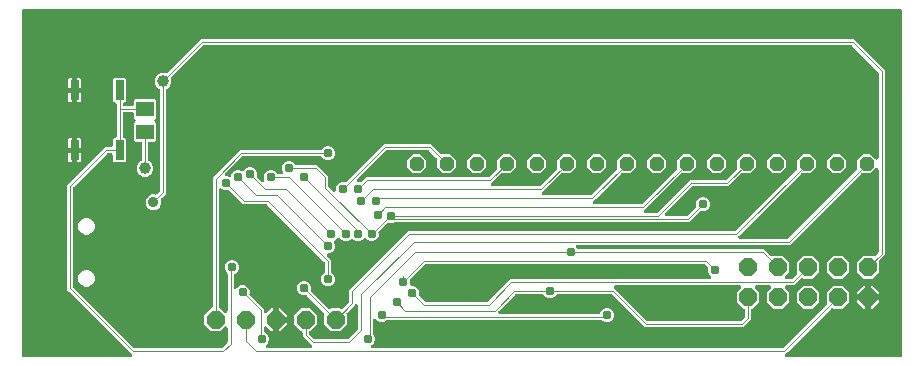
<source format=gbr>
G04 EAGLE Gerber RS-274X export*
G75*
%MOMM*%
%FSLAX34Y34*%
%LPD*%
%INBottom Copper*%
%IPPOS*%
%AMOC8*
5,1,8,0,0,1.08239X$1,22.5*%
G01*
%ADD10P,1.319650X8X202.500000*%
%ADD11P,1.649562X8X112.500000*%
%ADD12P,1.649562X8X22.500000*%
%ADD13R,0.762000X1.651000*%
%ADD14R,1.500000X1.300000*%
%ADD15C,0.787400*%
%ADD16C,0.101600*%
%ADD17C,0.914400*%
%ADD18C,1.006400*%

G36*
X94429Y2552D02*
X94429Y2552D01*
X94529Y2554D01*
X94601Y2572D01*
X94675Y2581D01*
X94769Y2614D01*
X94867Y2639D01*
X94933Y2673D01*
X95003Y2698D01*
X95087Y2753D01*
X95177Y2799D01*
X95233Y2847D01*
X95296Y2887D01*
X95366Y2959D01*
X95442Y3024D01*
X95486Y3084D01*
X95538Y3138D01*
X95590Y3224D01*
X95649Y3305D01*
X95679Y3373D01*
X95717Y3437D01*
X95747Y3533D01*
X95787Y3625D01*
X95800Y3698D01*
X95823Y3769D01*
X95831Y3869D01*
X95849Y3968D01*
X95845Y4042D01*
X95851Y4116D01*
X95836Y4216D01*
X95831Y4316D01*
X95810Y4387D01*
X95799Y4461D01*
X95762Y4554D01*
X95734Y4651D01*
X95698Y4716D01*
X95671Y4785D01*
X95613Y4867D01*
X95564Y4955D01*
X95499Y5031D01*
X95472Y5071D01*
X95445Y5095D01*
X95406Y5141D01*
X42574Y57973D01*
X40639Y59908D01*
X40639Y148372D01*
X72608Y180341D01*
X77724Y180341D01*
X77750Y180344D01*
X77776Y180342D01*
X77923Y180364D01*
X78070Y180381D01*
X78095Y180389D01*
X78121Y180393D01*
X78259Y180448D01*
X78398Y180498D01*
X78420Y180512D01*
X78445Y180522D01*
X78566Y180607D01*
X78691Y180687D01*
X78709Y180706D01*
X78731Y180721D01*
X78830Y180831D01*
X78933Y180938D01*
X78947Y180960D01*
X78964Y180980D01*
X79036Y181110D01*
X79112Y181237D01*
X79120Y181262D01*
X79133Y181285D01*
X79173Y181428D01*
X79218Y181569D01*
X79220Y181595D01*
X79228Y181620D01*
X79247Y181864D01*
X79247Y186897D01*
X80438Y188088D01*
X81026Y188088D01*
X81052Y188091D01*
X81078Y188089D01*
X81225Y188111D01*
X81372Y188128D01*
X81397Y188136D01*
X81423Y188140D01*
X81561Y188195D01*
X81700Y188245D01*
X81722Y188259D01*
X81747Y188269D01*
X81868Y188354D01*
X81993Y188434D01*
X82011Y188453D01*
X82033Y188468D01*
X82132Y188578D01*
X82235Y188685D01*
X82249Y188707D01*
X82266Y188727D01*
X82338Y188857D01*
X82414Y188984D01*
X82422Y189009D01*
X82435Y189032D01*
X82475Y189175D01*
X82520Y189316D01*
X82522Y189342D01*
X82530Y189367D01*
X82549Y189611D01*
X82549Y216789D01*
X82546Y216815D01*
X82548Y216841D01*
X82526Y216988D01*
X82509Y217135D01*
X82501Y217160D01*
X82497Y217186D01*
X82442Y217324D01*
X82392Y217463D01*
X82378Y217485D01*
X82368Y217510D01*
X82283Y217631D01*
X82203Y217756D01*
X82184Y217774D01*
X82169Y217796D01*
X82059Y217895D01*
X81952Y217998D01*
X81930Y218012D01*
X81910Y218029D01*
X81780Y218101D01*
X81653Y218177D01*
X81628Y218185D01*
X81605Y218198D01*
X81462Y218238D01*
X81321Y218283D01*
X81295Y218285D01*
X81270Y218293D01*
X81026Y218312D01*
X80438Y218312D01*
X79247Y219503D01*
X79247Y237697D01*
X80438Y238888D01*
X89742Y238888D01*
X90933Y237697D01*
X90933Y219503D01*
X89742Y218312D01*
X89154Y218312D01*
X89128Y218309D01*
X89102Y218311D01*
X88955Y218289D01*
X88808Y218272D01*
X88783Y218264D01*
X88757Y218260D01*
X88619Y218205D01*
X88480Y218155D01*
X88458Y218141D01*
X88433Y218131D01*
X88312Y218046D01*
X88187Y217966D01*
X88169Y217947D01*
X88147Y217932D01*
X88048Y217822D01*
X87945Y217715D01*
X87931Y217693D01*
X87914Y217673D01*
X87842Y217543D01*
X87766Y217416D01*
X87758Y217391D01*
X87745Y217368D01*
X87705Y217225D01*
X87660Y217084D01*
X87658Y217058D01*
X87650Y217033D01*
X87631Y216789D01*
X87631Y216764D01*
X87633Y216748D01*
X87632Y216737D01*
X87633Y216728D01*
X87632Y216712D01*
X87654Y216565D01*
X87671Y216418D01*
X87679Y216393D01*
X87683Y216367D01*
X87738Y216229D01*
X87788Y216090D01*
X87802Y216068D01*
X87812Y216043D01*
X87897Y215922D01*
X87977Y215797D01*
X87996Y215779D01*
X88011Y215757D01*
X88121Y215658D01*
X88228Y215555D01*
X88250Y215541D01*
X88270Y215524D01*
X88400Y215452D01*
X88527Y215376D01*
X88552Y215368D01*
X88575Y215355D01*
X88718Y215315D01*
X88859Y215270D01*
X88885Y215268D01*
X88910Y215260D01*
X89154Y215241D01*
X95624Y215241D01*
X95650Y215244D01*
X95676Y215242D01*
X95823Y215264D01*
X95970Y215281D01*
X95995Y215289D01*
X96021Y215293D01*
X96159Y215348D01*
X96298Y215398D01*
X96320Y215412D01*
X96345Y215422D01*
X96466Y215507D01*
X96591Y215587D01*
X96609Y215606D01*
X96631Y215621D01*
X96730Y215731D01*
X96833Y215838D01*
X96847Y215860D01*
X96864Y215880D01*
X96936Y216010D01*
X97012Y216137D01*
X97020Y216162D01*
X97033Y216185D01*
X97073Y216328D01*
X97118Y216469D01*
X97120Y216495D01*
X97128Y216520D01*
X97147Y216764D01*
X97147Y220042D01*
X98338Y221233D01*
X115022Y221233D01*
X116213Y220042D01*
X116213Y205358D01*
X115132Y204277D01*
X115116Y204257D01*
X115096Y204240D01*
X115007Y204120D01*
X114915Y204004D01*
X114904Y203980D01*
X114888Y203959D01*
X114830Y203823D01*
X114766Y203689D01*
X114761Y203663D01*
X114750Y203639D01*
X114724Y203493D01*
X114693Y203348D01*
X114693Y203322D01*
X114689Y203296D01*
X114696Y203148D01*
X114699Y203000D01*
X114705Y202974D01*
X114707Y202948D01*
X114748Y202806D01*
X114784Y202662D01*
X114796Y202639D01*
X114803Y202613D01*
X114876Y202484D01*
X114944Y202352D01*
X114961Y202332D01*
X114973Y202309D01*
X115132Y202123D01*
X116213Y201042D01*
X116213Y186358D01*
X115022Y185167D01*
X110744Y185167D01*
X110718Y185164D01*
X110692Y185166D01*
X110545Y185144D01*
X110398Y185127D01*
X110373Y185119D01*
X110347Y185115D01*
X110209Y185060D01*
X110070Y185010D01*
X110048Y184996D01*
X110023Y184986D01*
X109902Y184901D01*
X109777Y184821D01*
X109759Y184802D01*
X109737Y184787D01*
X109638Y184677D01*
X109535Y184570D01*
X109521Y184548D01*
X109504Y184528D01*
X109432Y184398D01*
X109356Y184271D01*
X109348Y184246D01*
X109335Y184223D01*
X109295Y184080D01*
X109250Y183939D01*
X109248Y183913D01*
X109240Y183888D01*
X109221Y183644D01*
X109221Y170172D01*
X109229Y170096D01*
X109228Y170020D01*
X109249Y169924D01*
X109261Y169826D01*
X109286Y169754D01*
X109303Y169679D01*
X109345Y169591D01*
X109378Y169498D01*
X109420Y169434D01*
X109452Y169365D01*
X109514Y169288D01*
X109567Y169205D01*
X109622Y169152D01*
X109670Y169092D01*
X109747Y169031D01*
X109818Y168963D01*
X109883Y168924D01*
X109943Y168876D01*
X110076Y168808D01*
X110117Y168784D01*
X110135Y168778D01*
X110161Y168765D01*
X110682Y168549D01*
X112669Y166562D01*
X113745Y163965D01*
X113745Y161155D01*
X112669Y158558D01*
X110682Y156571D01*
X108085Y155495D01*
X105275Y155495D01*
X102678Y156571D01*
X100691Y158558D01*
X99615Y161155D01*
X99615Y163965D01*
X100691Y166562D01*
X102678Y168549D01*
X103199Y168765D01*
X103266Y168802D01*
X103337Y168830D01*
X103418Y168886D01*
X103504Y168934D01*
X103560Y168986D01*
X103623Y169029D01*
X103689Y169102D01*
X103762Y169168D01*
X103805Y169231D01*
X103856Y169288D01*
X103904Y169374D01*
X103960Y169455D01*
X103988Y169526D01*
X104025Y169593D01*
X104052Y169688D01*
X104088Y169779D01*
X104099Y169855D01*
X104120Y169928D01*
X104132Y170077D01*
X104139Y170124D01*
X104137Y170143D01*
X104139Y170172D01*
X104139Y183644D01*
X104136Y183670D01*
X104138Y183696D01*
X104116Y183843D01*
X104099Y183990D01*
X104091Y184015D01*
X104087Y184041D01*
X104032Y184179D01*
X103982Y184318D01*
X103968Y184340D01*
X103958Y184365D01*
X103873Y184486D01*
X103793Y184611D01*
X103774Y184629D01*
X103759Y184651D01*
X103649Y184750D01*
X103542Y184853D01*
X103520Y184867D01*
X103500Y184884D01*
X103370Y184956D01*
X103243Y185032D01*
X103218Y185040D01*
X103195Y185053D01*
X103052Y185093D01*
X102911Y185138D01*
X102885Y185140D01*
X102860Y185148D01*
X102616Y185167D01*
X98338Y185167D01*
X97147Y186358D01*
X97147Y201042D01*
X98228Y202123D01*
X98245Y202143D01*
X98264Y202160D01*
X98353Y202280D01*
X98445Y202396D01*
X98456Y202420D01*
X98472Y202441D01*
X98530Y202577D01*
X98594Y202711D01*
X98599Y202737D01*
X98610Y202761D01*
X98636Y202907D01*
X98667Y203052D01*
X98667Y203078D01*
X98671Y203104D01*
X98664Y203252D01*
X98661Y203400D01*
X98655Y203426D01*
X98653Y203452D01*
X98612Y203594D01*
X98576Y203738D01*
X98564Y203761D01*
X98557Y203787D01*
X98484Y203916D01*
X98416Y204048D01*
X98400Y204068D01*
X98387Y204091D01*
X98228Y204277D01*
X97147Y205358D01*
X97147Y208636D01*
X97144Y208662D01*
X97146Y208688D01*
X97124Y208835D01*
X97107Y208982D01*
X97099Y209007D01*
X97095Y209033D01*
X97040Y209171D01*
X96990Y209310D01*
X96976Y209332D01*
X96966Y209357D01*
X96881Y209478D01*
X96801Y209603D01*
X96782Y209621D01*
X96767Y209643D01*
X96657Y209742D01*
X96550Y209845D01*
X96528Y209859D01*
X96508Y209876D01*
X96378Y209948D01*
X96251Y210024D01*
X96226Y210032D01*
X96203Y210045D01*
X96060Y210085D01*
X95919Y210130D01*
X95893Y210132D01*
X95868Y210140D01*
X95624Y210159D01*
X89154Y210159D01*
X89128Y210156D01*
X89102Y210158D01*
X88955Y210136D01*
X88808Y210119D01*
X88783Y210111D01*
X88757Y210107D01*
X88619Y210052D01*
X88480Y210002D01*
X88458Y209988D01*
X88433Y209978D01*
X88312Y209893D01*
X88187Y209813D01*
X88169Y209794D01*
X88147Y209779D01*
X88048Y209669D01*
X87945Y209562D01*
X87931Y209540D01*
X87914Y209520D01*
X87842Y209390D01*
X87766Y209263D01*
X87758Y209238D01*
X87745Y209215D01*
X87705Y209072D01*
X87660Y208931D01*
X87658Y208905D01*
X87650Y208880D01*
X87631Y208636D01*
X87631Y189611D01*
X87634Y189585D01*
X87632Y189559D01*
X87654Y189412D01*
X87671Y189265D01*
X87679Y189240D01*
X87683Y189214D01*
X87738Y189076D01*
X87788Y188937D01*
X87802Y188915D01*
X87812Y188890D01*
X87897Y188769D01*
X87977Y188644D01*
X87996Y188626D01*
X88011Y188604D01*
X88121Y188505D01*
X88228Y188402D01*
X88250Y188388D01*
X88270Y188371D01*
X88400Y188299D01*
X88527Y188223D01*
X88552Y188215D01*
X88575Y188202D01*
X88718Y188162D01*
X88859Y188117D01*
X88885Y188115D01*
X88910Y188107D01*
X89154Y188088D01*
X89742Y188088D01*
X90933Y186897D01*
X90933Y168703D01*
X89742Y167512D01*
X80438Y167512D01*
X79247Y168703D01*
X79247Y173736D01*
X79244Y173762D01*
X79246Y173788D01*
X79224Y173935D01*
X79207Y174082D01*
X79199Y174107D01*
X79195Y174133D01*
X79140Y174271D01*
X79090Y174410D01*
X79076Y174432D01*
X79066Y174457D01*
X78981Y174578D01*
X78901Y174703D01*
X78882Y174721D01*
X78867Y174743D01*
X78757Y174842D01*
X78650Y174945D01*
X78628Y174959D01*
X78608Y174976D01*
X78478Y175048D01*
X78351Y175124D01*
X78326Y175132D01*
X78303Y175145D01*
X78160Y175185D01*
X78019Y175230D01*
X77993Y175232D01*
X77968Y175240D01*
X77724Y175259D01*
X75343Y175259D01*
X75218Y175245D01*
X75092Y175238D01*
X75045Y175225D01*
X74997Y175219D01*
X74878Y175177D01*
X74757Y175142D01*
X74715Y175118D01*
X74669Y175102D01*
X74563Y175033D01*
X74453Y174972D01*
X74406Y174932D01*
X74376Y174913D01*
X74343Y174878D01*
X74266Y174813D01*
X46167Y146714D01*
X46088Y146615D01*
X46004Y146521D01*
X45980Y146479D01*
X45950Y146441D01*
X45896Y146327D01*
X45835Y146216D01*
X45822Y146169D01*
X45801Y146126D01*
X45775Y146002D01*
X45740Y145880D01*
X45735Y145820D01*
X45728Y145785D01*
X45729Y145737D01*
X45721Y145637D01*
X45721Y62643D01*
X45735Y62518D01*
X45742Y62392D01*
X45755Y62345D01*
X45761Y62297D01*
X45803Y62178D01*
X45838Y62057D01*
X45862Y62015D01*
X45878Y61969D01*
X45947Y61863D01*
X46008Y61753D01*
X46048Y61706D01*
X46067Y61676D01*
X46102Y61643D01*
X46167Y61566D01*
X97126Y10607D01*
X97225Y10528D01*
X97319Y10444D01*
X97361Y10420D01*
X97399Y10390D01*
X97513Y10336D01*
X97624Y10275D01*
X97671Y10262D01*
X97714Y10241D01*
X97838Y10215D01*
X97960Y10180D01*
X98020Y10175D01*
X98055Y10168D01*
X98103Y10169D01*
X98203Y10161D01*
X171037Y10161D01*
X171162Y10175D01*
X171288Y10182D01*
X171335Y10195D01*
X171383Y10201D01*
X171502Y10243D01*
X171623Y10278D01*
X171665Y10302D01*
X171711Y10318D01*
X171817Y10387D01*
X171927Y10448D01*
X171974Y10488D01*
X172004Y10507D01*
X172037Y10542D01*
X172114Y10607D01*
X176083Y14576D01*
X176162Y14675D01*
X176246Y14769D01*
X176270Y14811D01*
X176300Y14849D01*
X176354Y14963D01*
X176415Y15074D01*
X176428Y15121D01*
X176449Y15164D01*
X176475Y15288D01*
X176510Y15410D01*
X176515Y15470D01*
X176522Y15505D01*
X176521Y15553D01*
X176529Y15653D01*
X176529Y27121D01*
X176518Y27221D01*
X176516Y27321D01*
X176498Y27393D01*
X176489Y27467D01*
X176456Y27562D01*
X176431Y27659D01*
X176397Y27725D01*
X176372Y27795D01*
X176317Y27880D01*
X176271Y27969D01*
X176223Y28025D01*
X176183Y28088D01*
X176111Y28158D01*
X176046Y28234D01*
X175986Y28278D01*
X175932Y28330D01*
X175846Y28382D01*
X175765Y28441D01*
X175697Y28471D01*
X175633Y28509D01*
X175537Y28540D01*
X175445Y28579D01*
X175372Y28593D01*
X175301Y28615D01*
X175201Y28623D01*
X175102Y28641D01*
X175028Y28637D01*
X174954Y28643D01*
X174854Y28628D01*
X174754Y28623D01*
X174683Y28603D01*
X174609Y28591D01*
X174516Y28554D01*
X174419Y28527D01*
X174354Y28490D01*
X174285Y28463D01*
X174203Y28406D01*
X174115Y28356D01*
X174039Y28291D01*
X173999Y28264D01*
X173975Y28237D01*
X173929Y28198D01*
X170368Y24637D01*
X162372Y24637D01*
X156717Y30292D01*
X156717Y38288D01*
X162375Y43946D01*
X162505Y43966D01*
X162652Y43983D01*
X162677Y43991D01*
X162703Y43995D01*
X162841Y44050D01*
X162980Y44100D01*
X163002Y44114D01*
X163027Y44124D01*
X163148Y44209D01*
X163273Y44289D01*
X163291Y44308D01*
X163313Y44323D01*
X163412Y44433D01*
X163515Y44540D01*
X163529Y44562D01*
X163546Y44582D01*
X163618Y44712D01*
X163694Y44839D01*
X163702Y44864D01*
X163715Y44887D01*
X163755Y45030D01*
X163800Y45171D01*
X163802Y45197D01*
X163810Y45222D01*
X163829Y45466D01*
X163829Y154722D01*
X186908Y177801D01*
X255193Y177801D01*
X255269Y177809D01*
X255345Y177808D01*
X255442Y177829D01*
X255539Y177841D01*
X255611Y177866D01*
X255686Y177883D01*
X255775Y177925D01*
X255867Y177958D01*
X255932Y178000D01*
X256001Y178032D01*
X256077Y178094D01*
X256160Y178147D01*
X256213Y178202D01*
X256273Y178250D01*
X256334Y178327D01*
X256402Y178398D01*
X256442Y178463D01*
X256489Y178523D01*
X256539Y178622D01*
X258238Y180321D01*
X260433Y181230D01*
X262807Y181230D01*
X265002Y180321D01*
X266681Y178642D01*
X267590Y176447D01*
X267590Y174073D01*
X266681Y171878D01*
X265002Y170199D01*
X262807Y169290D01*
X260433Y169290D01*
X258238Y170199D01*
X256544Y171893D01*
X256535Y171917D01*
X256479Y171998D01*
X256431Y172084D01*
X256380Y172140D01*
X256336Y172203D01*
X256263Y172269D01*
X256197Y172342D01*
X256134Y172385D01*
X256077Y172436D01*
X255991Y172484D01*
X255910Y172540D01*
X255839Y172568D01*
X255772Y172605D01*
X255677Y172632D01*
X255586Y172668D01*
X255510Y172679D01*
X255437Y172700D01*
X255288Y172712D01*
X255241Y172719D01*
X255222Y172717D01*
X255193Y172719D01*
X189643Y172719D01*
X189518Y172705D01*
X189392Y172698D01*
X189345Y172685D01*
X189297Y172679D01*
X189178Y172637D01*
X189057Y172602D01*
X189015Y172578D01*
X188969Y172562D01*
X188863Y172493D01*
X188753Y172432D01*
X188706Y172392D01*
X188676Y172373D01*
X188643Y172338D01*
X188566Y172273D01*
X174723Y158430D01*
X174661Y158352D01*
X174591Y158279D01*
X174553Y158215D01*
X174507Y158157D01*
X174464Y158066D01*
X174412Y157980D01*
X174389Y157909D01*
X174358Y157842D01*
X174337Y157744D01*
X174306Y157648D01*
X174300Y157574D01*
X174284Y157501D01*
X174286Y157401D01*
X174278Y157301D01*
X174289Y157227D01*
X174290Y157153D01*
X174315Y157056D01*
X174330Y156956D01*
X174357Y156887D01*
X174375Y156815D01*
X174421Y156725D01*
X174458Y156632D01*
X174501Y156571D01*
X174535Y156505D01*
X174600Y156428D01*
X174657Y156346D01*
X174712Y156296D01*
X174761Y156240D01*
X174842Y156180D01*
X174916Y156113D01*
X174981Y156077D01*
X175041Y156032D01*
X175133Y155993D01*
X175221Y155944D01*
X175293Y155924D01*
X175361Y155894D01*
X175460Y155877D01*
X175557Y155849D01*
X175657Y155841D01*
X175704Y155833D01*
X175740Y155835D01*
X175800Y155830D01*
X176447Y155830D01*
X177498Y155395D01*
X177523Y155387D01*
X177547Y155375D01*
X177691Y155340D01*
X177833Y155299D01*
X177859Y155298D01*
X177885Y155291D01*
X178033Y155289D01*
X178181Y155282D01*
X178207Y155287D01*
X178233Y155286D01*
X178378Y155318D01*
X178524Y155345D01*
X178548Y155355D01*
X178574Y155361D01*
X178707Y155424D01*
X178844Y155483D01*
X178865Y155499D01*
X178888Y155510D01*
X179004Y155603D01*
X179123Y155691D01*
X179140Y155711D01*
X179161Y155728D01*
X179253Y155844D01*
X179349Y155957D01*
X179361Y155981D01*
X179377Y156001D01*
X179488Y156219D01*
X180359Y158322D01*
X182038Y160001D01*
X184233Y160910D01*
X186607Y160910D01*
X188556Y160103D01*
X188581Y160095D01*
X188605Y160083D01*
X188749Y160048D01*
X188891Y160007D01*
X188917Y160006D01*
X188943Y159999D01*
X189091Y159997D01*
X189239Y159990D01*
X189265Y159995D01*
X189291Y159994D01*
X189436Y160026D01*
X189582Y160053D01*
X189606Y160063D01*
X189632Y160069D01*
X189765Y160132D01*
X189902Y160191D01*
X189923Y160207D01*
X189947Y160218D01*
X190062Y160311D01*
X190181Y160399D01*
X190198Y160419D01*
X190219Y160436D01*
X190311Y160552D01*
X190407Y160665D01*
X190419Y160689D01*
X190435Y160709D01*
X190506Y160849D01*
X192198Y162541D01*
X194393Y163450D01*
X196767Y163450D01*
X198962Y162541D01*
X200641Y160862D01*
X201550Y158667D01*
X201550Y156272D01*
X201540Y156248D01*
X201522Y156152D01*
X201495Y156057D01*
X201492Y155981D01*
X201478Y155905D01*
X201483Y155807D01*
X201478Y155709D01*
X201492Y155634D01*
X201496Y155557D01*
X201523Y155463D01*
X201541Y155366D01*
X201571Y155296D01*
X201592Y155222D01*
X201641Y155137D01*
X201680Y155046D01*
X201725Y154985D01*
X201763Y154918D01*
X201859Y154804D01*
X201888Y154767D01*
X201902Y154754D01*
X201921Y154732D01*
X205150Y151503D01*
X205189Y151472D01*
X205223Y151434D01*
X205326Y151364D01*
X205423Y151286D01*
X205469Y151265D01*
X205510Y151236D01*
X205626Y151191D01*
X205738Y151138D01*
X205787Y151127D01*
X205834Y151108D01*
X205957Y151090D01*
X206079Y151064D01*
X206129Y151065D01*
X206179Y151058D01*
X206303Y151068D01*
X206427Y151070D01*
X206476Y151082D01*
X206526Y151087D01*
X206645Y151125D01*
X206765Y151155D01*
X206810Y151178D01*
X206858Y151194D01*
X206964Y151258D01*
X207075Y151315D01*
X207113Y151347D01*
X207157Y151373D01*
X207246Y151460D01*
X207341Y151541D01*
X207370Y151581D01*
X207407Y151616D01*
X207474Y151721D01*
X207548Y151821D01*
X207568Y151867D01*
X207595Y151910D01*
X207636Y152027D01*
X207686Y152141D01*
X207695Y152190D01*
X207711Y152238D01*
X207725Y152362D01*
X207747Y152484D01*
X207745Y152534D01*
X207750Y152584D01*
X207736Y152708D01*
X207729Y152832D01*
X207715Y152880D01*
X207710Y152930D01*
X207634Y153163D01*
X207390Y153753D01*
X207390Y156127D01*
X208299Y158322D01*
X209978Y160001D01*
X212173Y160910D01*
X214547Y160910D01*
X216742Y160001D01*
X218436Y158307D01*
X218445Y158283D01*
X218501Y158202D01*
X218549Y158116D01*
X218600Y158060D01*
X218644Y157997D01*
X218717Y157931D01*
X218783Y157858D01*
X218846Y157815D01*
X218903Y157764D01*
X218989Y157716D01*
X219070Y157660D01*
X219141Y157632D01*
X219208Y157595D01*
X219303Y157568D01*
X219394Y157532D01*
X219470Y157521D01*
X219543Y157500D01*
X219692Y157488D01*
X219739Y157481D01*
X219758Y157483D01*
X219787Y157481D01*
X221963Y157481D01*
X222112Y157498D01*
X222262Y157510D01*
X222285Y157518D01*
X222309Y157521D01*
X222450Y157571D01*
X222593Y157618D01*
X222614Y157630D01*
X222637Y157638D01*
X222763Y157720D01*
X222892Y157797D01*
X222909Y157814D01*
X222930Y157827D01*
X223034Y157935D01*
X223142Y158040D01*
X223155Y158060D01*
X223172Y158078D01*
X223249Y158207D01*
X223330Y158333D01*
X223338Y158356D01*
X223351Y158377D01*
X223397Y158520D01*
X223447Y158662D01*
X223450Y158686D01*
X223457Y158709D01*
X223469Y158858D01*
X223486Y159008D01*
X223483Y159032D01*
X223485Y159056D01*
X223463Y159205D01*
X223445Y159354D01*
X223436Y159382D01*
X223433Y159401D01*
X223416Y159445D01*
X223370Y159587D01*
X222630Y161373D01*
X222630Y163747D01*
X223539Y165942D01*
X225218Y167621D01*
X227413Y168530D01*
X229787Y168530D01*
X231982Y167621D01*
X233676Y165927D01*
X233685Y165903D01*
X233741Y165823D01*
X233789Y165737D01*
X233840Y165680D01*
X233884Y165617D01*
X233957Y165551D01*
X234023Y165478D01*
X234086Y165435D01*
X234143Y165384D01*
X234229Y165336D01*
X234310Y165280D01*
X234381Y165252D01*
X234448Y165215D01*
X234542Y165188D01*
X234634Y165152D01*
X234709Y165141D01*
X234783Y165120D01*
X234932Y165108D01*
X234979Y165102D01*
X234998Y165103D01*
X235027Y165101D01*
X252512Y165101D01*
X261621Y155992D01*
X261621Y147733D01*
X261635Y147608D01*
X261642Y147482D01*
X261655Y147435D01*
X261661Y147387D01*
X261703Y147268D01*
X261738Y147147D01*
X261762Y147105D01*
X261778Y147059D01*
X261847Y146953D01*
X261908Y146843D01*
X261948Y146796D01*
X261967Y146766D01*
X262002Y146733D01*
X262067Y146656D01*
X265750Y142973D01*
X265828Y142911D01*
X265901Y142841D01*
X265965Y142803D01*
X266023Y142757D01*
X266114Y142714D01*
X266200Y142662D01*
X266271Y142639D01*
X266338Y142608D01*
X266436Y142587D01*
X266532Y142556D01*
X266606Y142550D01*
X266679Y142534D01*
X266779Y142536D01*
X266879Y142528D01*
X266953Y142539D01*
X267027Y142540D01*
X267124Y142565D01*
X267224Y142580D01*
X267293Y142607D01*
X267365Y142625D01*
X267455Y142671D01*
X267548Y142708D01*
X267609Y142751D01*
X267675Y142785D01*
X267751Y142850D01*
X267834Y142907D01*
X267884Y142962D01*
X267940Y143011D01*
X268000Y143092D01*
X268067Y143166D01*
X268103Y143231D01*
X268148Y143291D01*
X268187Y143383D01*
X268236Y143471D01*
X268256Y143543D01*
X268286Y143611D01*
X268303Y143710D01*
X268331Y143807D01*
X268339Y143907D01*
X268347Y143954D01*
X268345Y143990D01*
X268350Y144050D01*
X268350Y145967D01*
X269259Y148162D01*
X270938Y149841D01*
X273133Y150750D01*
X275528Y150750D01*
X275552Y150740D01*
X275648Y150722D01*
X275743Y150695D01*
X275819Y150692D01*
X275895Y150678D01*
X275993Y150683D01*
X276091Y150678D01*
X276166Y150692D01*
X276243Y150696D01*
X276337Y150723D01*
X276434Y150741D01*
X276504Y150771D01*
X276578Y150792D01*
X276663Y150841D01*
X276754Y150880D01*
X276815Y150925D01*
X276882Y150963D01*
X276995Y151059D01*
X277033Y151088D01*
X277046Y151102D01*
X277068Y151121D01*
X308828Y182881D01*
X349032Y182881D01*
X356968Y174945D01*
X357067Y174866D01*
X357161Y174782D01*
X357203Y174758D01*
X357241Y174728D01*
X357355Y174674D01*
X357466Y174613D01*
X357513Y174600D01*
X357556Y174579D01*
X357680Y174553D01*
X357802Y174518D01*
X357862Y174513D01*
X357897Y174506D01*
X357945Y174507D01*
X358045Y174499D01*
X365317Y174499D01*
X370079Y169737D01*
X370079Y163003D01*
X365317Y158241D01*
X358583Y158241D01*
X353821Y163003D01*
X353821Y170275D01*
X353807Y170400D01*
X353800Y170526D01*
X353787Y170573D01*
X353781Y170621D01*
X353739Y170740D01*
X353704Y170861D01*
X353680Y170903D01*
X353664Y170949D01*
X353595Y171055D01*
X353534Y171165D01*
X353494Y171212D01*
X353475Y171242D01*
X353440Y171275D01*
X353375Y171352D01*
X347374Y177353D01*
X347275Y177432D01*
X347181Y177516D01*
X347139Y177540D01*
X347101Y177570D01*
X346987Y177624D01*
X346876Y177685D01*
X346829Y177698D01*
X346786Y177719D01*
X346662Y177745D01*
X346540Y177780D01*
X346480Y177785D01*
X346445Y177792D01*
X346397Y177791D01*
X346297Y177799D01*
X311563Y177799D01*
X311438Y177785D01*
X311312Y177778D01*
X311265Y177765D01*
X311217Y177759D01*
X311098Y177717D01*
X310977Y177682D01*
X310935Y177658D01*
X310889Y177642D01*
X310783Y177573D01*
X310673Y177512D01*
X310626Y177472D01*
X310596Y177453D01*
X310563Y177418D01*
X310486Y177353D01*
X286483Y153350D01*
X286421Y153272D01*
X286351Y153199D01*
X286313Y153135D01*
X286267Y153077D01*
X286224Y152986D01*
X286172Y152900D01*
X286149Y152829D01*
X286118Y152762D01*
X286097Y152664D01*
X286066Y152568D01*
X286060Y152494D01*
X286044Y152421D01*
X286046Y152321D01*
X286038Y152221D01*
X286049Y152147D01*
X286050Y152073D01*
X286075Y151976D01*
X286090Y151876D01*
X286117Y151807D01*
X286135Y151735D01*
X286181Y151645D01*
X286218Y151552D01*
X286261Y151491D01*
X286295Y151425D01*
X286360Y151348D01*
X286417Y151266D01*
X286472Y151216D01*
X286521Y151160D01*
X286602Y151100D01*
X286676Y151033D01*
X286741Y150997D01*
X286801Y150952D01*
X286893Y150913D01*
X286981Y150864D01*
X287053Y150844D01*
X287121Y150814D01*
X287220Y150797D01*
X287317Y150769D01*
X287417Y150761D01*
X287464Y150753D01*
X287500Y150755D01*
X287560Y150750D01*
X288228Y150750D01*
X288252Y150740D01*
X288348Y150722D01*
X288443Y150695D01*
X288519Y150692D01*
X288595Y150678D01*
X288693Y150683D01*
X288791Y150678D01*
X288866Y150692D01*
X288943Y150696D01*
X289037Y150723D01*
X289134Y150741D01*
X289204Y150771D01*
X289278Y150792D01*
X289363Y150841D01*
X289454Y150880D01*
X289515Y150925D01*
X289582Y150963D01*
X289695Y151059D01*
X289733Y151088D01*
X289746Y151102D01*
X289768Y151121D01*
X293588Y154941D01*
X397097Y154941D01*
X397222Y154955D01*
X397348Y154962D01*
X397395Y154975D01*
X397443Y154981D01*
X397562Y155023D01*
X397683Y155058D01*
X397725Y155082D01*
X397771Y155098D01*
X397877Y155167D01*
X397987Y155228D01*
X398034Y155268D01*
X398064Y155287D01*
X398097Y155322D01*
X398174Y155387D01*
X404175Y161388D01*
X404254Y161487D01*
X404338Y161581D01*
X404362Y161623D01*
X404392Y161661D01*
X404446Y161775D01*
X404507Y161886D01*
X404520Y161933D01*
X404541Y161976D01*
X404567Y162100D01*
X404587Y162171D01*
X404592Y162187D01*
X404593Y162190D01*
X404602Y162222D01*
X404607Y162282D01*
X404614Y162317D01*
X404613Y162365D01*
X404621Y162465D01*
X404621Y169737D01*
X409383Y174499D01*
X416117Y174499D01*
X420879Y169737D01*
X420879Y163003D01*
X416117Y158241D01*
X408845Y158241D01*
X408720Y158227D01*
X408594Y158220D01*
X408547Y158207D01*
X408499Y158201D01*
X408380Y158159D01*
X408259Y158124D01*
X408217Y158100D01*
X408171Y158084D01*
X408065Y158015D01*
X407955Y157954D01*
X407908Y157914D01*
X407878Y157895D01*
X407845Y157860D01*
X407768Y157795D01*
X399894Y149921D01*
X399832Y149843D01*
X399762Y149770D01*
X399724Y149706D01*
X399678Y149648D01*
X399635Y149557D01*
X399583Y149471D01*
X399560Y149400D01*
X399529Y149333D01*
X399508Y149235D01*
X399477Y149139D01*
X399471Y149065D01*
X399455Y148992D01*
X399457Y148892D01*
X399449Y148792D01*
X399460Y148718D01*
X399461Y148644D01*
X399486Y148547D01*
X399501Y148447D01*
X399528Y148378D01*
X399546Y148306D01*
X399592Y148216D01*
X399629Y148123D01*
X399672Y148062D01*
X399706Y147996D01*
X399771Y147919D01*
X399828Y147837D01*
X399883Y147787D01*
X399932Y147731D01*
X400013Y147671D01*
X400087Y147604D01*
X400152Y147568D01*
X400212Y147523D01*
X400304Y147484D01*
X400392Y147435D01*
X400464Y147415D01*
X400532Y147385D01*
X400631Y147368D01*
X400728Y147340D01*
X400828Y147332D01*
X400875Y147324D01*
X400911Y147326D01*
X400971Y147321D01*
X440277Y147321D01*
X440402Y147335D01*
X440528Y147342D01*
X440575Y147355D01*
X440623Y147361D01*
X440742Y147403D01*
X440863Y147438D01*
X440905Y147462D01*
X440951Y147478D01*
X441057Y147547D01*
X441167Y147608D01*
X441214Y147648D01*
X441244Y147667D01*
X441277Y147702D01*
X441354Y147767D01*
X454975Y161388D01*
X455054Y161487D01*
X455138Y161581D01*
X455162Y161623D01*
X455192Y161661D01*
X455246Y161775D01*
X455307Y161886D01*
X455320Y161933D01*
X455341Y161976D01*
X455367Y162100D01*
X455387Y162171D01*
X455392Y162187D01*
X455393Y162190D01*
X455402Y162222D01*
X455407Y162282D01*
X455414Y162317D01*
X455413Y162365D01*
X455421Y162465D01*
X455421Y169737D01*
X460183Y174499D01*
X466917Y174499D01*
X471679Y169737D01*
X471679Y163003D01*
X466917Y158241D01*
X459645Y158241D01*
X459520Y158227D01*
X459394Y158220D01*
X459347Y158207D01*
X459299Y158201D01*
X459180Y158159D01*
X459059Y158124D01*
X459017Y158100D01*
X458971Y158084D01*
X458865Y158015D01*
X458755Y157954D01*
X458708Y157914D01*
X458678Y157895D01*
X458645Y157860D01*
X458568Y157795D01*
X443074Y142301D01*
X443012Y142223D01*
X442942Y142150D01*
X442904Y142086D01*
X442858Y142028D01*
X442815Y141937D01*
X442763Y141851D01*
X442740Y141780D01*
X442709Y141713D01*
X442688Y141615D01*
X442657Y141519D01*
X442651Y141445D01*
X442635Y141372D01*
X442637Y141272D01*
X442629Y141172D01*
X442640Y141098D01*
X442641Y141024D01*
X442666Y140927D01*
X442681Y140827D01*
X442708Y140758D01*
X442726Y140686D01*
X442772Y140596D01*
X442809Y140503D01*
X442852Y140442D01*
X442886Y140376D01*
X442951Y140299D01*
X443008Y140217D01*
X443063Y140167D01*
X443112Y140111D01*
X443193Y140051D01*
X443267Y139984D01*
X443332Y139948D01*
X443392Y139903D01*
X443484Y139864D01*
X443572Y139815D01*
X443644Y139795D01*
X443712Y139765D01*
X443811Y139748D01*
X443908Y139720D01*
X444008Y139712D01*
X444055Y139704D01*
X444091Y139706D01*
X444151Y139701D01*
X483457Y139701D01*
X483582Y139715D01*
X483708Y139722D01*
X483755Y139735D01*
X483803Y139741D01*
X483922Y139783D01*
X484043Y139818D01*
X484085Y139842D01*
X484131Y139858D01*
X484237Y139927D01*
X484347Y139988D01*
X484394Y140028D01*
X484424Y140047D01*
X484457Y140082D01*
X484534Y140147D01*
X505775Y161388D01*
X505854Y161487D01*
X505938Y161581D01*
X505962Y161623D01*
X505992Y161661D01*
X506046Y161775D01*
X506107Y161886D01*
X506120Y161933D01*
X506141Y161976D01*
X506167Y162100D01*
X506187Y162171D01*
X506192Y162187D01*
X506193Y162190D01*
X506202Y162222D01*
X506207Y162282D01*
X506214Y162317D01*
X506213Y162365D01*
X506221Y162465D01*
X506221Y169737D01*
X510983Y174499D01*
X517717Y174499D01*
X522479Y169737D01*
X522479Y163003D01*
X517717Y158241D01*
X510445Y158241D01*
X510320Y158227D01*
X510194Y158220D01*
X510147Y158207D01*
X510099Y158201D01*
X509980Y158159D01*
X509859Y158124D01*
X509817Y158100D01*
X509771Y158084D01*
X509665Y158015D01*
X509555Y157954D01*
X509508Y157914D01*
X509478Y157895D01*
X509445Y157860D01*
X509368Y157795D01*
X488127Y136554D01*
X486254Y134681D01*
X486192Y134602D01*
X486122Y134530D01*
X486084Y134466D01*
X486038Y134408D01*
X485995Y134317D01*
X485943Y134231D01*
X485920Y134160D01*
X485889Y134093D01*
X485868Y133995D01*
X485837Y133899D01*
X485831Y133825D01*
X485815Y133752D01*
X485817Y133652D01*
X485809Y133552D01*
X485820Y133478D01*
X485821Y133404D01*
X485846Y133307D01*
X485861Y133207D01*
X485888Y133138D01*
X485906Y133066D01*
X485952Y132977D01*
X485989Y132883D01*
X486032Y132822D01*
X486066Y132756D01*
X486131Y132680D01*
X486188Y132597D01*
X486243Y132547D01*
X486292Y132491D01*
X486373Y132431D01*
X486447Y132364D01*
X486512Y132328D01*
X486572Y132283D01*
X486664Y132244D01*
X486752Y132195D01*
X486824Y132175D01*
X486892Y132145D01*
X486991Y132128D01*
X487088Y132100D01*
X487188Y132092D01*
X487235Y132084D01*
X487271Y132086D01*
X487331Y132081D01*
X526637Y132081D01*
X526762Y132095D01*
X526888Y132102D01*
X526935Y132115D01*
X526983Y132121D01*
X527102Y132163D01*
X527223Y132198D01*
X527265Y132222D01*
X527311Y132238D01*
X527417Y132307D01*
X527527Y132368D01*
X527574Y132408D01*
X527604Y132427D01*
X527637Y132462D01*
X527714Y132527D01*
X556575Y161388D01*
X556654Y161487D01*
X556738Y161581D01*
X556762Y161623D01*
X556792Y161661D01*
X556846Y161775D01*
X556907Y161886D01*
X556920Y161933D01*
X556941Y161976D01*
X556967Y162100D01*
X556987Y162171D01*
X556992Y162187D01*
X556993Y162190D01*
X557002Y162222D01*
X557007Y162282D01*
X557014Y162317D01*
X557013Y162365D01*
X557021Y162465D01*
X557021Y169737D01*
X561783Y174499D01*
X568517Y174499D01*
X573279Y169737D01*
X573279Y163003D01*
X568517Y158241D01*
X561245Y158241D01*
X561120Y158227D01*
X560994Y158220D01*
X560947Y158207D01*
X560899Y158201D01*
X560780Y158159D01*
X560659Y158124D01*
X560617Y158100D01*
X560571Y158084D01*
X560465Y158015D01*
X560355Y157954D01*
X560308Y157914D01*
X560278Y157895D01*
X560245Y157860D01*
X560168Y157795D01*
X529434Y127061D01*
X529372Y126983D01*
X529302Y126910D01*
X529264Y126846D01*
X529218Y126788D01*
X529175Y126697D01*
X529123Y126611D01*
X529100Y126540D01*
X529069Y126473D01*
X529048Y126375D01*
X529017Y126279D01*
X529011Y126205D01*
X528995Y126132D01*
X528997Y126032D01*
X528989Y125932D01*
X529000Y125858D01*
X529001Y125784D01*
X529026Y125687D01*
X529041Y125587D01*
X529068Y125518D01*
X529086Y125446D01*
X529132Y125356D01*
X529169Y125263D01*
X529212Y125202D01*
X529246Y125136D01*
X529311Y125059D01*
X529368Y124977D01*
X529423Y124927D01*
X529472Y124871D01*
X529553Y124811D01*
X529627Y124744D01*
X529692Y124708D01*
X529752Y124663D01*
X529844Y124624D01*
X529932Y124575D01*
X530004Y124555D01*
X530072Y124525D01*
X530171Y124508D01*
X530268Y124480D01*
X530368Y124472D01*
X530415Y124464D01*
X530451Y124466D01*
X530511Y124461D01*
X539337Y124461D01*
X539462Y124475D01*
X539588Y124482D01*
X539635Y124495D01*
X539683Y124501D01*
X539802Y124543D01*
X539923Y124578D01*
X539965Y124602D01*
X540011Y124618D01*
X540117Y124687D01*
X540227Y124748D01*
X540274Y124788D01*
X540304Y124807D01*
X540337Y124842D01*
X540414Y124907D01*
X567908Y152401D01*
X597757Y152401D01*
X597882Y152415D01*
X598008Y152422D01*
X598055Y152435D01*
X598103Y152441D01*
X598222Y152483D01*
X598343Y152518D01*
X598385Y152542D01*
X598431Y152558D01*
X598537Y152627D01*
X598647Y152688D01*
X598694Y152728D01*
X598724Y152747D01*
X598757Y152782D01*
X598834Y152847D01*
X607375Y161388D01*
X607454Y161487D01*
X607538Y161581D01*
X607562Y161623D01*
X607592Y161661D01*
X607646Y161775D01*
X607707Y161886D01*
X607720Y161933D01*
X607741Y161976D01*
X607767Y162100D01*
X607787Y162171D01*
X607792Y162187D01*
X607793Y162190D01*
X607802Y162222D01*
X607807Y162282D01*
X607814Y162317D01*
X607813Y162365D01*
X607821Y162465D01*
X607821Y169737D01*
X612583Y174499D01*
X619317Y174499D01*
X624079Y169737D01*
X624079Y163003D01*
X619317Y158241D01*
X612045Y158241D01*
X611920Y158227D01*
X611794Y158220D01*
X611747Y158207D01*
X611699Y158201D01*
X611580Y158159D01*
X611459Y158124D01*
X611417Y158100D01*
X611371Y158084D01*
X611265Y158015D01*
X611155Y157954D01*
X611108Y157914D01*
X611078Y157895D01*
X611045Y157860D01*
X610968Y157795D01*
X600492Y147319D01*
X570643Y147319D01*
X570518Y147305D01*
X570392Y147298D01*
X570345Y147285D01*
X570297Y147279D01*
X570178Y147237D01*
X570057Y147202D01*
X570015Y147178D01*
X569969Y147162D01*
X569863Y147093D01*
X569753Y147032D01*
X569706Y146992D01*
X569676Y146973D01*
X569643Y146938D01*
X569566Y146873D01*
X547214Y124521D01*
X547152Y124443D01*
X547082Y124370D01*
X547044Y124306D01*
X546998Y124248D01*
X546955Y124157D01*
X546903Y124071D01*
X546880Y124000D01*
X546849Y123933D01*
X546828Y123835D01*
X546797Y123739D01*
X546791Y123665D01*
X546775Y123592D01*
X546777Y123492D01*
X546769Y123392D01*
X546780Y123318D01*
X546781Y123244D01*
X546806Y123147D01*
X546821Y123047D01*
X546848Y122978D01*
X546866Y122906D01*
X546912Y122816D01*
X546949Y122723D01*
X546992Y122662D01*
X547026Y122596D01*
X547091Y122519D01*
X547148Y122437D01*
X547203Y122387D01*
X547252Y122331D01*
X547333Y122271D01*
X547407Y122204D01*
X547472Y122168D01*
X547532Y122123D01*
X547624Y122084D01*
X547712Y122035D01*
X547784Y122015D01*
X547852Y121985D01*
X547951Y121968D01*
X548048Y121940D01*
X548148Y121932D01*
X548195Y121924D01*
X548231Y121926D01*
X548291Y121921D01*
X564737Y121921D01*
X564862Y121935D01*
X564988Y121942D01*
X565035Y121955D01*
X565083Y121961D01*
X565202Y122003D01*
X565323Y122038D01*
X565365Y122062D01*
X565411Y122078D01*
X565517Y122147D01*
X565627Y122208D01*
X565674Y122248D01*
X565704Y122267D01*
X565737Y122302D01*
X565814Y122367D01*
X572779Y129332D01*
X572826Y129392D01*
X572881Y129445D01*
X572934Y129528D01*
X572995Y129605D01*
X573028Y129674D01*
X573069Y129738D01*
X573102Y129831D01*
X573144Y129920D01*
X573160Y129995D01*
X573186Y130067D01*
X573197Y130165D01*
X573218Y130261D01*
X573216Y130337D01*
X573225Y130413D01*
X573213Y130511D01*
X573212Y130609D01*
X573193Y130683D01*
X573184Y130759D01*
X573150Y130864D01*
X573150Y133267D01*
X574059Y135462D01*
X575738Y137141D01*
X577933Y138050D01*
X580307Y138050D01*
X582502Y137141D01*
X584181Y135462D01*
X585090Y133267D01*
X585090Y130893D01*
X584181Y128698D01*
X582502Y127019D01*
X580307Y126110D01*
X577912Y126110D01*
X577888Y126120D01*
X577792Y126138D01*
X577697Y126165D01*
X577621Y126168D01*
X577545Y126182D01*
X577447Y126177D01*
X577349Y126182D01*
X577274Y126168D01*
X577197Y126164D01*
X577103Y126137D01*
X577006Y126119D01*
X576936Y126089D01*
X576862Y126068D01*
X576777Y126019D01*
X576686Y125980D01*
X576625Y125935D01*
X576558Y125897D01*
X576445Y125801D01*
X576407Y125772D01*
X576394Y125758D01*
X576372Y125739D01*
X567472Y116839D01*
X318597Y116839D01*
X318595Y116839D01*
X318593Y116839D01*
X318417Y116819D01*
X318250Y116799D01*
X318249Y116799D01*
X318247Y116798D01*
X318014Y116723D01*
X316147Y115950D01*
X313773Y115950D01*
X312974Y116281D01*
X312900Y116302D01*
X312830Y116332D01*
X312733Y116350D01*
X312639Y116377D01*
X312563Y116380D01*
X312487Y116394D01*
X312389Y116389D01*
X312291Y116394D01*
X312216Y116380D01*
X312139Y116376D01*
X312045Y116349D01*
X311948Y116331D01*
X311878Y116301D01*
X311804Y116280D01*
X311719Y116232D01*
X311628Y116192D01*
X311567Y116147D01*
X311500Y116109D01*
X311387Y116013D01*
X311349Y115984D01*
X311336Y115970D01*
X311314Y115951D01*
X304791Y109428D01*
X304744Y109368D01*
X304689Y109315D01*
X304636Y109232D01*
X304574Y109155D01*
X304542Y109086D01*
X304500Y109021D01*
X304468Y108929D01*
X304426Y108840D01*
X304409Y108765D01*
X304384Y108693D01*
X304373Y108595D01*
X304352Y108499D01*
X304354Y108423D01*
X304345Y108347D01*
X304356Y108249D01*
X304358Y108151D01*
X304377Y108076D01*
X304386Y108000D01*
X304420Y107895D01*
X304420Y105493D01*
X303511Y103298D01*
X301832Y101619D01*
X299637Y100710D01*
X297263Y100710D01*
X295068Y101619D01*
X293812Y102875D01*
X293792Y102892D01*
X293775Y102912D01*
X293655Y103000D01*
X293539Y103092D01*
X293515Y103103D01*
X293494Y103119D01*
X293358Y103178D01*
X293224Y103241D01*
X293198Y103246D01*
X293174Y103257D01*
X293028Y103283D01*
X292883Y103314D01*
X292857Y103314D01*
X292831Y103319D01*
X292683Y103311D01*
X292535Y103308D01*
X292509Y103302D01*
X292483Y103301D01*
X292341Y103260D01*
X292197Y103223D01*
X292174Y103211D01*
X292148Y103204D01*
X292019Y103132D01*
X291887Y103064D01*
X291867Y103047D01*
X291844Y103034D01*
X291658Y102875D01*
X290402Y101619D01*
X288207Y100710D01*
X285833Y100710D01*
X283638Y101619D01*
X283017Y102240D01*
X282997Y102257D01*
X282980Y102277D01*
X282860Y102365D01*
X282744Y102457D01*
X282720Y102468D01*
X282699Y102484D01*
X282563Y102543D01*
X282429Y102606D01*
X282403Y102611D01*
X282379Y102622D01*
X282233Y102648D01*
X282088Y102679D01*
X282062Y102679D01*
X282036Y102684D01*
X281888Y102676D01*
X281740Y102673D01*
X281714Y102667D01*
X281688Y102666D01*
X281546Y102625D01*
X281402Y102588D01*
X281378Y102576D01*
X281353Y102569D01*
X281224Y102497D01*
X281092Y102429D01*
X281072Y102412D01*
X281049Y102399D01*
X280863Y102240D01*
X280242Y101619D01*
X278047Y100710D01*
X275673Y100710D01*
X273478Y101619D01*
X271587Y103510D01*
X271567Y103527D01*
X271550Y103547D01*
X271430Y103635D01*
X271314Y103727D01*
X271290Y103738D01*
X271269Y103754D01*
X271133Y103813D01*
X270999Y103876D01*
X270973Y103881D01*
X270949Y103892D01*
X270803Y103918D01*
X270658Y103949D01*
X270632Y103949D01*
X270606Y103954D01*
X270458Y103946D01*
X270310Y103943D01*
X270284Y103937D01*
X270258Y103936D01*
X270116Y103895D01*
X269972Y103858D01*
X269949Y103846D01*
X269923Y103839D01*
X269794Y103767D01*
X269662Y103699D01*
X269642Y103682D01*
X269619Y103669D01*
X269433Y103510D01*
X267531Y101609D01*
X267432Y101549D01*
X267303Y101477D01*
X267283Y101459D01*
X267260Y101446D01*
X267154Y101342D01*
X267044Y101243D01*
X267029Y101221D01*
X267010Y101203D01*
X266930Y101078D01*
X266846Y100956D01*
X266836Y100932D01*
X266822Y100910D01*
X266773Y100770D01*
X266718Y100632D01*
X266714Y100606D01*
X266706Y100581D01*
X266689Y100434D01*
X266667Y100287D01*
X266670Y100261D01*
X266667Y100235D01*
X266684Y100088D01*
X266696Y99940D01*
X266704Y99915D01*
X266707Y99889D01*
X266783Y99656D01*
X267590Y97707D01*
X267590Y95333D01*
X266681Y93138D01*
X265002Y91459D01*
X262807Y90550D01*
X262160Y90550D01*
X262060Y90539D01*
X261960Y90537D01*
X261888Y90519D01*
X261814Y90510D01*
X261720Y90477D01*
X261622Y90452D01*
X261556Y90418D01*
X261486Y90393D01*
X261402Y90338D01*
X261312Y90292D01*
X261256Y90244D01*
X261193Y90204D01*
X261123Y90132D01*
X261047Y90067D01*
X261003Y90007D01*
X260951Y89953D01*
X260899Y89867D01*
X260840Y89786D01*
X260810Y89718D01*
X260772Y89654D01*
X260742Y89558D01*
X260702Y89466D01*
X260689Y89393D01*
X260666Y89322D01*
X260658Y89222D01*
X260640Y89123D01*
X260644Y89049D01*
X260638Y88975D01*
X260653Y88875D01*
X260658Y88775D01*
X260679Y88704D01*
X260690Y88630D01*
X260727Y88537D01*
X260755Y88440D01*
X260791Y88375D01*
X260818Y88306D01*
X260876Y88224D01*
X260925Y88136D01*
X260990Y88060D01*
X261017Y88020D01*
X261044Y87996D01*
X261083Y87950D01*
X264161Y84872D01*
X264161Y75007D01*
X264169Y74931D01*
X264168Y74855D01*
X264189Y74758D01*
X264201Y74661D01*
X264226Y74589D01*
X264243Y74514D01*
X264285Y74425D01*
X264318Y74333D01*
X264360Y74268D01*
X264392Y74199D01*
X264454Y74123D01*
X264507Y74040D01*
X264562Y73987D01*
X264610Y73927D01*
X264687Y73866D01*
X264758Y73798D01*
X264823Y73758D01*
X264883Y73711D01*
X264982Y73661D01*
X266681Y71962D01*
X267590Y69767D01*
X267590Y67393D01*
X266681Y65198D01*
X265002Y63519D01*
X262807Y62610D01*
X260433Y62610D01*
X258238Y63519D01*
X256559Y65198D01*
X255650Y67393D01*
X255650Y69767D01*
X256559Y71962D01*
X258253Y73656D01*
X258277Y73665D01*
X258358Y73721D01*
X258444Y73769D01*
X258500Y73820D01*
X258563Y73864D01*
X258629Y73937D01*
X258702Y74003D01*
X258745Y74066D01*
X258796Y74123D01*
X258844Y74209D01*
X258900Y74290D01*
X258928Y74361D01*
X258965Y74428D01*
X258992Y74523D01*
X259028Y74614D01*
X259039Y74690D01*
X259060Y74763D01*
X259072Y74912D01*
X259079Y74959D01*
X259077Y74978D01*
X259079Y75007D01*
X259079Y82137D01*
X259065Y82262D01*
X259058Y82388D01*
X259045Y82435D01*
X259039Y82483D01*
X258997Y82602D01*
X258962Y82723D01*
X258938Y82765D01*
X258922Y82811D01*
X258853Y82917D01*
X258792Y83027D01*
X258752Y83074D01*
X258733Y83104D01*
X258698Y83137D01*
X258633Y83214D01*
X210214Y131633D01*
X210115Y131712D01*
X210021Y131796D01*
X209979Y131820D01*
X209941Y131850D01*
X209827Y131904D01*
X209716Y131965D01*
X209669Y131978D01*
X209626Y131999D01*
X209502Y132025D01*
X209380Y132060D01*
X209320Y132065D01*
X209285Y132072D01*
X209237Y132071D01*
X209137Y132079D01*
X189448Y132079D01*
X178008Y143519D01*
X177948Y143566D01*
X177895Y143621D01*
X177812Y143674D01*
X177735Y143735D01*
X177666Y143768D01*
X177602Y143809D01*
X177509Y143842D01*
X177420Y143884D01*
X177345Y143900D01*
X177273Y143926D01*
X177175Y143937D01*
X177079Y143958D01*
X177003Y143956D01*
X176927Y143965D01*
X176829Y143953D01*
X176731Y143952D01*
X176657Y143933D01*
X176581Y143924D01*
X176476Y143890D01*
X174073Y143890D01*
X171878Y144799D01*
X171511Y145166D01*
X171433Y145229D01*
X171360Y145299D01*
X171296Y145337D01*
X171238Y145383D01*
X171147Y145426D01*
X171061Y145478D01*
X170990Y145500D01*
X170923Y145532D01*
X170825Y145553D01*
X170729Y145584D01*
X170655Y145590D01*
X170582Y145605D01*
X170482Y145604D01*
X170382Y145612D01*
X170308Y145601D01*
X170234Y145599D01*
X170137Y145575D01*
X170037Y145560D01*
X169968Y145533D01*
X169896Y145514D01*
X169807Y145468D01*
X169713Y145431D01*
X169652Y145389D01*
X169586Y145355D01*
X169509Y145290D01*
X169427Y145232D01*
X169377Y145177D01*
X169321Y145129D01*
X169261Y145048D01*
X169194Y144974D01*
X169158Y144908D01*
X169113Y144849D01*
X169074Y144757D01*
X169025Y144669D01*
X169005Y144597D01*
X168975Y144529D01*
X168958Y144430D01*
X168930Y144333D01*
X168922Y144233D01*
X168914Y144186D01*
X168916Y144150D01*
X168911Y144089D01*
X168911Y45466D01*
X168914Y45440D01*
X168912Y45414D01*
X168934Y45267D01*
X168951Y45120D01*
X168959Y45095D01*
X168963Y45069D01*
X169018Y44931D01*
X169068Y44792D01*
X169082Y44770D01*
X169092Y44745D01*
X169177Y44624D01*
X169257Y44499D01*
X169276Y44481D01*
X169291Y44459D01*
X169401Y44360D01*
X169508Y44257D01*
X169530Y44243D01*
X169550Y44226D01*
X169680Y44154D01*
X169807Y44078D01*
X169832Y44070D01*
X169855Y44057D01*
X169998Y44017D01*
X170139Y43972D01*
X170165Y43970D01*
X170190Y43962D01*
X170363Y43948D01*
X173929Y40382D01*
X174007Y40320D01*
X174080Y40250D01*
X174144Y40212D01*
X174202Y40165D01*
X174293Y40123D01*
X174379Y40071D01*
X174450Y40048D01*
X174517Y40017D01*
X174615Y39995D01*
X174711Y39965D01*
X174785Y39959D01*
X174858Y39943D01*
X174958Y39945D01*
X175058Y39937D01*
X175132Y39948D01*
X175206Y39949D01*
X175303Y39974D01*
X175403Y39989D01*
X175472Y40016D01*
X175544Y40034D01*
X175634Y40080D01*
X175727Y40117D01*
X175788Y40160D01*
X175854Y40194D01*
X175931Y40259D01*
X176013Y40316D01*
X176063Y40371D01*
X176119Y40420D01*
X176179Y40500D01*
X176246Y40575D01*
X176282Y40640D01*
X176327Y40700D01*
X176366Y40792D01*
X176415Y40880D01*
X176435Y40952D01*
X176465Y41020D01*
X176482Y41119D01*
X176510Y41215D01*
X176518Y41315D01*
X176526Y41363D01*
X176524Y41399D01*
X176529Y41459D01*
X176529Y73477D01*
X176515Y73603D01*
X176508Y73729D01*
X176495Y73776D01*
X176489Y73824D01*
X176447Y73942D01*
X176412Y74064D01*
X176388Y74106D01*
X176372Y74152D01*
X176303Y74258D01*
X176242Y74368D01*
X176202Y74414D01*
X176183Y74444D01*
X176148Y74478D01*
X176083Y74554D01*
X175279Y75358D01*
X174370Y77553D01*
X174370Y79927D01*
X175279Y82122D01*
X176958Y83801D01*
X179153Y84710D01*
X181527Y84710D01*
X183722Y83801D01*
X185401Y82122D01*
X186310Y79927D01*
X186310Y77553D01*
X185401Y75358D01*
X183722Y73679D01*
X182551Y73194D01*
X182484Y73157D01*
X182413Y73129D01*
X182332Y73073D01*
X182246Y73025D01*
X182190Y72974D01*
X182127Y72930D01*
X182061Y72857D01*
X181988Y72791D01*
X181945Y72728D01*
X181894Y72671D01*
X181846Y72585D01*
X181790Y72504D01*
X181762Y72433D01*
X181725Y72366D01*
X181698Y72271D01*
X181662Y72180D01*
X181651Y72104D01*
X181630Y72031D01*
X181618Y71882D01*
X181611Y71835D01*
X181613Y71816D01*
X181611Y71787D01*
X181611Y62159D01*
X181622Y62059D01*
X181624Y61958D01*
X181642Y61886D01*
X181651Y61812D01*
X181684Y61718D01*
X181709Y61620D01*
X181743Y61554D01*
X181768Y61484D01*
X181823Y61400D01*
X181869Y61311D01*
X181917Y61254D01*
X181957Y61192D01*
X182029Y61122D01*
X182094Y61045D01*
X182154Y61001D01*
X182208Y60949D01*
X182294Y60898D01*
X182375Y60838D01*
X182443Y60809D01*
X182507Y60770D01*
X182603Y60740D01*
X182695Y60700D01*
X182768Y60687D01*
X182839Y60664D01*
X182939Y60656D01*
X183038Y60638D01*
X183112Y60642D01*
X183186Y60636D01*
X183286Y60651D01*
X183386Y60656D01*
X183457Y60677D01*
X183531Y60688D01*
X183624Y60725D01*
X183721Y60753D01*
X183786Y60789D01*
X183855Y60817D01*
X183937Y60874D01*
X184025Y60923D01*
X184101Y60988D01*
X184141Y61016D01*
X184165Y61042D01*
X184211Y61082D01*
X185848Y62719D01*
X188043Y63628D01*
X190417Y63628D01*
X192612Y62719D01*
X194291Y61040D01*
X195200Y58845D01*
X195200Y56450D01*
X195190Y56426D01*
X195172Y56330D01*
X195145Y56235D01*
X195142Y56159D01*
X195128Y56083D01*
X195133Y55985D01*
X195128Y55887D01*
X195142Y55812D01*
X195146Y55735D01*
X195173Y55641D01*
X195191Y55544D01*
X195221Y55474D01*
X195242Y55400D01*
X195291Y55315D01*
X195330Y55224D01*
X195375Y55163D01*
X195413Y55096D01*
X195509Y54983D01*
X195538Y54945D01*
X195552Y54932D01*
X195571Y54910D01*
X207011Y43470D01*
X207011Y41459D01*
X207022Y41359D01*
X207024Y41259D01*
X207042Y41187D01*
X207051Y41113D01*
X207084Y41018D01*
X207109Y40921D01*
X207143Y40855D01*
X207168Y40785D01*
X207223Y40700D01*
X207269Y40611D01*
X207317Y40555D01*
X207357Y40492D01*
X207429Y40422D01*
X207494Y40346D01*
X207554Y40302D01*
X207608Y40250D01*
X207694Y40198D01*
X207775Y40139D01*
X207843Y40109D01*
X207907Y40071D01*
X208003Y40040D01*
X208095Y40001D01*
X208168Y39987D01*
X208239Y39965D01*
X208339Y39957D01*
X208438Y39939D01*
X208512Y39943D01*
X208586Y39937D01*
X208686Y39952D01*
X208786Y39957D01*
X208857Y39977D01*
X208931Y39989D01*
X209024Y40026D01*
X209121Y40053D01*
X209186Y40090D01*
X209255Y40117D01*
X209337Y40174D01*
X209425Y40224D01*
X209501Y40289D01*
X209541Y40316D01*
X209565Y40343D01*
X209611Y40382D01*
X213172Y43943D01*
X214631Y43943D01*
X214631Y35306D01*
X214634Y35280D01*
X214632Y35254D01*
X214654Y35107D01*
X214671Y34960D01*
X214679Y34935D01*
X214683Y34909D01*
X214738Y34772D01*
X214788Y34632D01*
X214802Y34610D01*
X214812Y34585D01*
X214897Y34464D01*
X214977Y34339D01*
X214996Y34321D01*
X215011Y34299D01*
X215027Y34285D01*
X214945Y34200D01*
X214931Y34177D01*
X214914Y34158D01*
X214842Y34028D01*
X214766Y33901D01*
X214758Y33876D01*
X214745Y33853D01*
X214705Y33710D01*
X214660Y33569D01*
X214657Y33543D01*
X214650Y33518D01*
X214631Y33274D01*
X214631Y24637D01*
X213172Y24637D01*
X209611Y28198D01*
X209533Y28260D01*
X209460Y28330D01*
X209396Y28368D01*
X209338Y28415D01*
X209247Y28457D01*
X209161Y28509D01*
X209090Y28532D01*
X209023Y28563D01*
X208925Y28585D01*
X208829Y28615D01*
X208755Y28621D01*
X208682Y28637D01*
X208582Y28635D01*
X208482Y28643D01*
X208408Y28632D01*
X208334Y28631D01*
X208237Y28606D01*
X208137Y28591D01*
X208068Y28564D01*
X207996Y28546D01*
X207906Y28500D01*
X207813Y28463D01*
X207752Y28420D01*
X207686Y28386D01*
X207609Y28321D01*
X207527Y28264D01*
X207477Y28209D01*
X207421Y28160D01*
X207361Y28080D01*
X207294Y28005D01*
X207258Y27940D01*
X207213Y27880D01*
X207174Y27788D01*
X207125Y27700D01*
X207105Y27628D01*
X207075Y27560D01*
X207058Y27461D01*
X207030Y27365D01*
X207022Y27265D01*
X207014Y27217D01*
X207016Y27181D01*
X207011Y27121D01*
X207011Y25092D01*
X207019Y25016D01*
X207018Y24940D01*
X207039Y24844D01*
X207051Y24746D01*
X207076Y24674D01*
X207093Y24599D01*
X207135Y24511D01*
X207168Y24418D01*
X207210Y24354D01*
X207242Y24285D01*
X207304Y24208D01*
X207357Y24125D01*
X207412Y24072D01*
X207460Y24012D01*
X207537Y23951D01*
X207608Y23883D01*
X207673Y23844D01*
X207733Y23796D01*
X207866Y23728D01*
X207907Y23704D01*
X207925Y23698D01*
X207951Y23685D01*
X209376Y23095D01*
X211055Y21416D01*
X211964Y19221D01*
X211964Y16847D01*
X211055Y14652D01*
X209164Y12761D01*
X209101Y12683D01*
X209031Y12610D01*
X208993Y12546D01*
X208947Y12488D01*
X208904Y12397D01*
X208852Y12311D01*
X208830Y12240D01*
X208798Y12173D01*
X208777Y12075D01*
X208746Y11979D01*
X208740Y11905D01*
X208725Y11832D01*
X208726Y11732D01*
X208718Y11632D01*
X208729Y11558D01*
X208731Y11484D01*
X208755Y11387D01*
X208770Y11287D01*
X208797Y11218D01*
X208816Y11146D01*
X208862Y11057D01*
X208899Y10963D01*
X208941Y10902D01*
X208975Y10836D01*
X209040Y10760D01*
X209098Y10677D01*
X209153Y10627D01*
X209201Y10571D01*
X209282Y10511D01*
X209356Y10444D01*
X209422Y10408D01*
X209481Y10363D01*
X209574Y10324D01*
X209661Y10275D01*
X209733Y10255D01*
X209801Y10225D01*
X209900Y10208D01*
X209997Y10180D01*
X210097Y10172D01*
X210144Y10164D01*
X210180Y10166D01*
X210241Y10161D01*
X246729Y10161D01*
X246829Y10172D01*
X246929Y10174D01*
X247001Y10192D01*
X247075Y10201D01*
X247169Y10234D01*
X247267Y10259D01*
X247333Y10293D01*
X247403Y10318D01*
X247487Y10373D01*
X247577Y10419D01*
X247633Y10467D01*
X247696Y10507D01*
X247766Y10579D01*
X247842Y10644D01*
X247886Y10704D01*
X247938Y10758D01*
X247990Y10844D01*
X248049Y10925D01*
X248079Y10993D01*
X248117Y11057D01*
X248147Y11153D01*
X248187Y11245D01*
X248200Y11318D01*
X248223Y11389D01*
X248231Y11489D01*
X248249Y11588D01*
X248245Y11662D01*
X248251Y11736D01*
X248236Y11836D01*
X248231Y11936D01*
X248210Y12007D01*
X248199Y12081D01*
X248162Y12174D01*
X248134Y12271D01*
X248098Y12336D01*
X248071Y12405D01*
X248013Y12487D01*
X247964Y12575D01*
X247899Y12651D01*
X247872Y12691D01*
X247845Y12715D01*
X247806Y12761D01*
X241964Y18603D01*
X240029Y20538D01*
X240029Y23114D01*
X240026Y23140D01*
X240028Y23166D01*
X240006Y23313D01*
X239989Y23460D01*
X239981Y23485D01*
X239977Y23511D01*
X239922Y23649D01*
X239872Y23788D01*
X239858Y23810D01*
X239848Y23835D01*
X239763Y23956D01*
X239683Y24081D01*
X239664Y24099D01*
X239649Y24121D01*
X239539Y24220D01*
X239432Y24323D01*
X239410Y24337D01*
X239390Y24354D01*
X239260Y24426D01*
X239133Y24502D01*
X239108Y24510D01*
X239085Y24523D01*
X238942Y24563D01*
X238801Y24608D01*
X238775Y24610D01*
X238750Y24618D01*
X238577Y24632D01*
X232917Y30292D01*
X232917Y38288D01*
X238572Y43943D01*
X246568Y43943D01*
X252223Y38288D01*
X252223Y30292D01*
X246542Y24611D01*
X246521Y24606D01*
X246447Y24597D01*
X246353Y24564D01*
X246255Y24539D01*
X246189Y24505D01*
X246119Y24480D01*
X246035Y24425D01*
X245945Y24379D01*
X245889Y24331D01*
X245826Y24291D01*
X245756Y24219D01*
X245680Y24154D01*
X245636Y24094D01*
X245584Y24040D01*
X245532Y23954D01*
X245473Y23873D01*
X245443Y23805D01*
X245405Y23741D01*
X245375Y23645D01*
X245335Y23553D01*
X245322Y23480D01*
X245299Y23409D01*
X245291Y23309D01*
X245273Y23210D01*
X245277Y23136D01*
X245271Y23062D01*
X245286Y22962D01*
X245291Y22862D01*
X245312Y22791D01*
X245323Y22717D01*
X245360Y22624D01*
X245388Y22527D01*
X245424Y22462D01*
X245451Y22393D01*
X245509Y22311D01*
X245558Y22223D01*
X245623Y22147D01*
X245650Y22107D01*
X245677Y22083D01*
X245716Y22037D01*
X249526Y18227D01*
X249625Y18148D01*
X249719Y18064D01*
X249761Y18040D01*
X249799Y18010D01*
X249913Y17956D01*
X250024Y17895D01*
X250071Y17882D01*
X250114Y17861D01*
X250238Y17835D01*
X250360Y17800D01*
X250420Y17795D01*
X250455Y17788D01*
X250503Y17789D01*
X250603Y17781D01*
X277717Y17781D01*
X277842Y17795D01*
X277968Y17802D01*
X278015Y17815D01*
X278063Y17821D01*
X278182Y17863D01*
X278303Y17898D01*
X278345Y17922D01*
X278391Y17938D01*
X278497Y18007D01*
X278607Y18068D01*
X278654Y18108D01*
X278684Y18127D01*
X278717Y18162D01*
X278794Y18227D01*
X286573Y26006D01*
X286652Y26105D01*
X286736Y26199D01*
X286760Y26241D01*
X286790Y26279D01*
X286844Y26393D01*
X286905Y26504D01*
X286918Y26551D01*
X286939Y26594D01*
X286965Y26718D01*
X287000Y26840D01*
X287005Y26900D01*
X287012Y26935D01*
X287011Y26983D01*
X287019Y27083D01*
X287019Y46069D01*
X287008Y46169D01*
X287006Y46269D01*
X286988Y46341D01*
X286979Y46415D01*
X286946Y46509D01*
X286921Y46607D01*
X286887Y46673D01*
X286862Y46743D01*
X286807Y46827D01*
X286761Y46917D01*
X286713Y46973D01*
X286673Y47036D01*
X286601Y47106D01*
X286536Y47182D01*
X286476Y47226D01*
X286422Y47278D01*
X286336Y47330D01*
X286255Y47389D01*
X286187Y47419D01*
X286123Y47457D01*
X286027Y47487D01*
X285935Y47527D01*
X285862Y47540D01*
X285791Y47563D01*
X285691Y47571D01*
X285592Y47589D01*
X285518Y47585D01*
X285444Y47591D01*
X285344Y47576D01*
X285244Y47571D01*
X285173Y47550D01*
X285099Y47539D01*
X285006Y47502D01*
X284909Y47474D01*
X284844Y47438D01*
X284775Y47411D01*
X284693Y47353D01*
X284605Y47304D01*
X284529Y47239D01*
X284489Y47212D01*
X284465Y47185D01*
X284419Y47146D01*
X277669Y40396D01*
X277653Y40376D01*
X277633Y40359D01*
X277545Y40239D01*
X277453Y40123D01*
X277441Y40099D01*
X277426Y40078D01*
X277367Y39942D01*
X277304Y39808D01*
X277298Y39782D01*
X277288Y39758D01*
X277261Y39612D01*
X277230Y39467D01*
X277231Y39441D01*
X277226Y39415D01*
X277234Y39267D01*
X277236Y39119D01*
X277243Y39093D01*
X277244Y39067D01*
X277285Y38925D01*
X277321Y38781D01*
X277333Y38757D01*
X277341Y38732D01*
X277413Y38603D01*
X277481Y38471D01*
X277498Y38451D01*
X277511Y38428D01*
X277623Y38296D01*
X277623Y30292D01*
X271968Y24637D01*
X263972Y24637D01*
X258317Y30292D01*
X258317Y38293D01*
X258395Y38399D01*
X258487Y38515D01*
X258499Y38539D01*
X258514Y38560D01*
X258573Y38695D01*
X258636Y38830D01*
X258642Y38856D01*
X258652Y38880D01*
X258678Y39026D01*
X258710Y39171D01*
X258709Y39197D01*
X258714Y39223D01*
X258706Y39371D01*
X258704Y39519D01*
X258697Y39545D01*
X258696Y39571D01*
X258655Y39713D01*
X258619Y39857D01*
X258607Y39880D01*
X258599Y39906D01*
X258527Y40035D01*
X258459Y40167D01*
X258442Y40187D01*
X258429Y40210D01*
X258271Y40396D01*
X244048Y54619D01*
X243988Y54666D01*
X243935Y54721D01*
X243852Y54774D01*
X243775Y54835D01*
X243706Y54868D01*
X243642Y54909D01*
X243549Y54942D01*
X243460Y54984D01*
X243385Y55000D01*
X243313Y55026D01*
X243215Y55037D01*
X243119Y55058D01*
X243043Y55056D01*
X242967Y55065D01*
X242869Y55053D01*
X242771Y55052D01*
X242697Y55033D01*
X242621Y55024D01*
X242516Y54990D01*
X240113Y54990D01*
X237918Y55899D01*
X236239Y57578D01*
X235330Y59773D01*
X235330Y62147D01*
X236239Y64342D01*
X237918Y66021D01*
X240113Y66930D01*
X242487Y66930D01*
X244682Y66021D01*
X246361Y64342D01*
X247270Y62147D01*
X247270Y59752D01*
X247260Y59728D01*
X247242Y59632D01*
X247215Y59537D01*
X247212Y59461D01*
X247198Y59385D01*
X247203Y59287D01*
X247198Y59189D01*
X247212Y59114D01*
X247216Y59037D01*
X247243Y58943D01*
X247261Y58846D01*
X247291Y58776D01*
X247312Y58702D01*
X247361Y58617D01*
X247400Y58526D01*
X247445Y58465D01*
X247483Y58398D01*
X247579Y58285D01*
X247608Y58247D01*
X247622Y58234D01*
X247641Y58212D01*
X261864Y43989D01*
X261885Y43973D01*
X261902Y43953D01*
X262021Y43865D01*
X262137Y43773D01*
X262161Y43761D01*
X262182Y43746D01*
X262318Y43687D01*
X262452Y43624D01*
X262478Y43618D01*
X262502Y43608D01*
X262648Y43581D01*
X262793Y43550D01*
X262819Y43551D01*
X262845Y43546D01*
X262993Y43554D01*
X263141Y43556D01*
X263167Y43563D01*
X263193Y43564D01*
X263335Y43605D01*
X263479Y43641D01*
X263503Y43653D01*
X263528Y43661D01*
X263657Y43733D01*
X263789Y43801D01*
X263809Y43818D01*
X263832Y43831D01*
X263964Y43943D01*
X271973Y43943D01*
X272079Y43865D01*
X272195Y43773D01*
X272219Y43761D01*
X272240Y43746D01*
X272376Y43687D01*
X272510Y43624D01*
X272536Y43618D01*
X272560Y43608D01*
X272706Y43581D01*
X272851Y43550D01*
X272877Y43551D01*
X272903Y43546D01*
X273051Y43554D01*
X273199Y43556D01*
X273225Y43563D01*
X273251Y43564D01*
X273393Y43605D01*
X273537Y43641D01*
X273560Y43653D01*
X273586Y43661D01*
X273715Y43733D01*
X273847Y43801D01*
X273867Y43818D01*
X273890Y43831D01*
X274076Y43989D01*
X278953Y48866D01*
X279032Y48965D01*
X279116Y49059D01*
X279140Y49101D01*
X279170Y49139D01*
X279224Y49253D01*
X279285Y49364D01*
X279298Y49411D01*
X279319Y49454D01*
X279345Y49578D01*
X279380Y49700D01*
X279385Y49760D01*
X279392Y49795D01*
X279391Y49843D01*
X279399Y49943D01*
X279399Y59472D01*
X329148Y109221D01*
X605377Y109221D01*
X605502Y109235D01*
X605628Y109242D01*
X605675Y109255D01*
X605723Y109261D01*
X605842Y109303D01*
X605963Y109338D01*
X606005Y109362D01*
X606051Y109378D01*
X606157Y109447D01*
X606267Y109508D01*
X606314Y109548D01*
X606344Y109567D01*
X606377Y109602D01*
X606454Y109667D01*
X658175Y161388D01*
X658254Y161487D01*
X658338Y161581D01*
X658362Y161623D01*
X658392Y161661D01*
X658446Y161775D01*
X658507Y161886D01*
X658520Y161933D01*
X658541Y161976D01*
X658567Y162100D01*
X658587Y162171D01*
X658592Y162187D01*
X658593Y162190D01*
X658602Y162222D01*
X658607Y162282D01*
X658614Y162317D01*
X658613Y162365D01*
X658621Y162465D01*
X658621Y169737D01*
X663383Y174499D01*
X670117Y174499D01*
X674879Y169737D01*
X674879Y163003D01*
X670117Y158241D01*
X662845Y158241D01*
X662720Y158227D01*
X662594Y158220D01*
X662547Y158207D01*
X662499Y158201D01*
X662380Y158159D01*
X662259Y158124D01*
X662217Y158100D01*
X662171Y158084D01*
X662065Y158015D01*
X661955Y157954D01*
X661908Y157914D01*
X661878Y157895D01*
X661845Y157860D01*
X661768Y157795D01*
X610047Y106074D01*
X609444Y105471D01*
X609382Y105393D01*
X609312Y105320D01*
X609274Y105256D01*
X609228Y105198D01*
X609185Y105107D01*
X609133Y105021D01*
X609111Y104950D01*
X609079Y104883D01*
X609058Y104785D01*
X609027Y104689D01*
X609021Y104615D01*
X609005Y104542D01*
X609007Y104442D01*
X608999Y104342D01*
X609010Y104268D01*
X609011Y104194D01*
X609036Y104097D01*
X609051Y103997D01*
X609078Y103928D01*
X609096Y103856D01*
X609142Y103767D01*
X609179Y103673D01*
X609222Y103612D01*
X609256Y103546D01*
X609321Y103469D01*
X609378Y103387D01*
X609433Y103337D01*
X609482Y103281D01*
X609563Y103221D01*
X609637Y103154D01*
X609702Y103118D01*
X609762Y103073D01*
X609854Y103034D01*
X609942Y102985D01*
X610014Y102965D01*
X610082Y102935D01*
X610181Y102918D01*
X610278Y102890D01*
X610378Y102882D01*
X610425Y102874D01*
X610461Y102876D01*
X610521Y102871D01*
X649827Y102871D01*
X649952Y102885D01*
X650078Y102892D01*
X650125Y102905D01*
X650173Y102911D01*
X650292Y102953D01*
X650413Y102988D01*
X650455Y103012D01*
X650501Y103028D01*
X650607Y103097D01*
X650717Y103158D01*
X650764Y103198D01*
X650794Y103217D01*
X650827Y103252D01*
X650904Y103317D01*
X708975Y161388D01*
X709054Y161487D01*
X709138Y161581D01*
X709162Y161623D01*
X709192Y161661D01*
X709246Y161775D01*
X709307Y161886D01*
X709320Y161933D01*
X709341Y161976D01*
X709367Y162100D01*
X709387Y162171D01*
X709392Y162187D01*
X709393Y162190D01*
X709402Y162222D01*
X709407Y162282D01*
X709414Y162317D01*
X709413Y162365D01*
X709421Y162465D01*
X709421Y169737D01*
X714183Y174499D01*
X720917Y174499D01*
X725109Y170307D01*
X725187Y170244D01*
X725260Y170175D01*
X725324Y170136D01*
X725382Y170090D01*
X725473Y170047D01*
X725559Y169996D01*
X725630Y169973D01*
X725697Y169941D01*
X725795Y169920D01*
X725891Y169890D01*
X725965Y169884D01*
X726038Y169868D01*
X726138Y169870D01*
X726238Y169862D01*
X726312Y169873D01*
X726386Y169874D01*
X726483Y169898D01*
X726583Y169913D01*
X726652Y169941D01*
X726724Y169959D01*
X726814Y170005D01*
X726907Y170042D01*
X726968Y170084D01*
X727034Y170119D01*
X727111Y170184D01*
X727193Y170241D01*
X727243Y170296D01*
X727299Y170344D01*
X727359Y170425D01*
X727426Y170500D01*
X727462Y170565D01*
X727507Y170625D01*
X727546Y170717D01*
X727595Y170805D01*
X727615Y170876D01*
X727645Y170945D01*
X727662Y171043D01*
X727690Y171140D01*
X727698Y171240D01*
X727706Y171288D01*
X727704Y171323D01*
X727709Y171384D01*
X727709Y243427D01*
X727695Y243552D01*
X727688Y243678D01*
X727675Y243725D01*
X727669Y243773D01*
X727627Y243892D01*
X727592Y244013D01*
X727568Y244055D01*
X727552Y244101D01*
X727483Y244207D01*
X727422Y244317D01*
X727382Y244364D01*
X727363Y244394D01*
X727328Y244427D01*
X727263Y244504D01*
X705514Y266253D01*
X705415Y266332D01*
X705321Y266416D01*
X705279Y266440D01*
X705241Y266470D01*
X705127Y266524D01*
X705016Y266585D01*
X704969Y266598D01*
X704926Y266619D01*
X704802Y266645D01*
X704680Y266680D01*
X704620Y266685D01*
X704585Y266692D01*
X704537Y266691D01*
X704437Y266699D01*
X156623Y266699D01*
X156498Y266685D01*
X156372Y266678D01*
X156325Y266665D01*
X156277Y266659D01*
X156158Y266617D01*
X156037Y266582D01*
X155995Y266558D01*
X155949Y266542D01*
X155843Y266473D01*
X155733Y266412D01*
X155686Y266372D01*
X155656Y266353D01*
X155623Y266318D01*
X155546Y266253D01*
X129099Y239806D01*
X129052Y239746D01*
X128997Y239693D01*
X128944Y239610D01*
X128883Y239533D01*
X128850Y239464D01*
X128809Y239400D01*
X128776Y239307D01*
X128734Y239218D01*
X128718Y239143D01*
X128692Y239071D01*
X128681Y238973D01*
X128660Y238877D01*
X128662Y238801D01*
X128653Y238725D01*
X128665Y238627D01*
X128666Y238529D01*
X128685Y238455D01*
X128694Y238379D01*
X128740Y238237D01*
X128751Y238191D01*
X128760Y238174D01*
X128769Y238146D01*
X128985Y237625D01*
X128985Y234815D01*
X127909Y232218D01*
X125922Y230231D01*
X125401Y230015D01*
X125334Y229978D01*
X125263Y229950D01*
X125182Y229894D01*
X125096Y229846D01*
X125040Y229794D01*
X124977Y229751D01*
X124911Y229678D01*
X124838Y229612D01*
X124795Y229549D01*
X124744Y229492D01*
X124696Y229406D01*
X124640Y229325D01*
X124612Y229254D01*
X124575Y229187D01*
X124548Y229092D01*
X124512Y229001D01*
X124501Y228925D01*
X124480Y228852D01*
X124468Y228703D01*
X124461Y228656D01*
X124463Y228637D01*
X124461Y228608D01*
X124461Y141188D01*
X122526Y139253D01*
X120704Y137431D01*
X120694Y137419D01*
X120678Y137404D01*
X120521Y137239D01*
X120486Y137193D01*
X120445Y137153D01*
X120382Y137055D01*
X120311Y136961D01*
X120288Y136908D01*
X120256Y136860D01*
X120217Y136749D01*
X120170Y136643D01*
X120159Y136586D01*
X120140Y136531D01*
X120127Y136415D01*
X120105Y136300D01*
X120107Y136242D01*
X120101Y136185D01*
X120115Y136069D01*
X120119Y135952D01*
X120135Y135896D01*
X120142Y135839D01*
X120207Y135636D01*
X120213Y135616D01*
X120215Y135612D01*
X120217Y135606D01*
X120397Y135172D01*
X120397Y132544D01*
X119391Y130117D01*
X117533Y128259D01*
X115106Y127253D01*
X112478Y127253D01*
X110051Y128259D01*
X108193Y130117D01*
X107187Y132544D01*
X107187Y135172D01*
X108193Y137599D01*
X110051Y139457D01*
X112478Y140463D01*
X115106Y140463D01*
X115186Y140429D01*
X115260Y140408D01*
X115330Y140378D01*
X115427Y140361D01*
X115521Y140334D01*
X115598Y140330D01*
X115673Y140316D01*
X115771Y140321D01*
X115870Y140317D01*
X115945Y140330D01*
X116021Y140334D01*
X116116Y140362D01*
X116212Y140379D01*
X116283Y140410D01*
X116356Y140431D01*
X116442Y140479D01*
X116532Y140518D01*
X116593Y140564D01*
X116660Y140601D01*
X116774Y140698D01*
X116812Y140726D01*
X116824Y140741D01*
X116846Y140759D01*
X117040Y140953D01*
X117049Y140965D01*
X117066Y140980D01*
X117995Y141955D01*
X118039Y141980D01*
X118106Y142037D01*
X118143Y142062D01*
X118170Y142092D01*
X118225Y142138D01*
X118933Y142846D01*
X119012Y142945D01*
X119096Y143039D01*
X119120Y143081D01*
X119150Y143119D01*
X119204Y143233D01*
X119265Y143344D01*
X119278Y143391D01*
X119299Y143434D01*
X119325Y143558D01*
X119360Y143680D01*
X119365Y143740D01*
X119372Y143775D01*
X119371Y143823D01*
X119379Y143923D01*
X119379Y228608D01*
X119371Y228684D01*
X119372Y228760D01*
X119351Y228856D01*
X119339Y228954D01*
X119314Y229026D01*
X119297Y229101D01*
X119255Y229189D01*
X119222Y229282D01*
X119180Y229346D01*
X119148Y229415D01*
X119086Y229492D01*
X119033Y229575D01*
X118978Y229628D01*
X118930Y229688D01*
X118853Y229749D01*
X118782Y229817D01*
X118717Y229856D01*
X118657Y229904D01*
X118524Y229972D01*
X118483Y229996D01*
X118465Y230002D01*
X118439Y230015D01*
X117918Y230231D01*
X115931Y232218D01*
X114855Y234815D01*
X114855Y237625D01*
X115931Y240222D01*
X117918Y242209D01*
X120515Y243285D01*
X123325Y243285D01*
X123846Y243069D01*
X123920Y243048D01*
X123990Y243018D01*
X124086Y243000D01*
X124181Y242973D01*
X124258Y242970D01*
X124333Y242956D01*
X124431Y242961D01*
X124529Y242956D01*
X124604Y242970D01*
X124681Y242974D01*
X124775Y243001D01*
X124872Y243019D01*
X124942Y243049D01*
X125016Y243071D01*
X125102Y243119D01*
X125192Y243158D01*
X125253Y243203D01*
X125320Y243241D01*
X125434Y243337D01*
X125471Y243366D01*
X125484Y243380D01*
X125506Y243399D01*
X153888Y271781D01*
X707172Y271781D01*
X732791Y246162D01*
X732791Y89118D01*
X728519Y84846D01*
X728503Y84825D01*
X728483Y84808D01*
X728395Y84689D01*
X728303Y84573D01*
X728291Y84549D01*
X728276Y84528D01*
X728217Y84392D01*
X728154Y84258D01*
X728148Y84232D01*
X728138Y84208D01*
X728111Y84062D01*
X728080Y83917D01*
X728081Y83891D01*
X728076Y83865D01*
X728084Y83717D01*
X728086Y83569D01*
X728093Y83543D01*
X728094Y83517D01*
X728135Y83375D01*
X728171Y83231D01*
X728183Y83207D01*
X728191Y83182D01*
X728263Y83053D01*
X728331Y82921D01*
X728348Y82901D01*
X728361Y82878D01*
X728473Y82746D01*
X728473Y74742D01*
X722818Y69087D01*
X714822Y69087D01*
X709167Y74742D01*
X709167Y82738D01*
X714822Y88393D01*
X722823Y88393D01*
X722929Y88315D01*
X723045Y88223D01*
X723069Y88211D01*
X723090Y88196D01*
X723225Y88137D01*
X723360Y88074D01*
X723386Y88068D01*
X723410Y88058D01*
X723556Y88032D01*
X723701Y88000D01*
X723727Y88001D01*
X723753Y87996D01*
X723901Y88004D01*
X724049Y88006D01*
X724075Y88013D01*
X724101Y88014D01*
X724243Y88055D01*
X724387Y88091D01*
X724410Y88103D01*
X724436Y88111D01*
X724565Y88183D01*
X724697Y88251D01*
X724717Y88268D01*
X724740Y88281D01*
X724926Y88439D01*
X727263Y90776D01*
X727342Y90875D01*
X727426Y90969D01*
X727450Y91011D01*
X727480Y91049D01*
X727534Y91163D01*
X727595Y91274D01*
X727608Y91321D01*
X727629Y91364D01*
X727655Y91488D01*
X727690Y91610D01*
X727695Y91670D01*
X727702Y91705D01*
X727701Y91753D01*
X727709Y91853D01*
X727709Y161356D01*
X727698Y161456D01*
X727696Y161556D01*
X727678Y161628D01*
X727669Y161702D01*
X727636Y161797D01*
X727611Y161894D01*
X727577Y161960D01*
X727552Y162030D01*
X727497Y162115D01*
X727451Y162204D01*
X727403Y162261D01*
X727363Y162323D01*
X727291Y162393D01*
X727226Y162469D01*
X727166Y162514D01*
X727112Y162565D01*
X727026Y162617D01*
X726945Y162677D01*
X726877Y162706D01*
X726813Y162744D01*
X726717Y162775D01*
X726625Y162815D01*
X726552Y162828D01*
X726481Y162850D01*
X726381Y162859D01*
X726282Y162876D01*
X726208Y162872D01*
X726134Y162878D01*
X726034Y162864D01*
X725934Y162858D01*
X725863Y162838D01*
X725789Y162827D01*
X725696Y162790D01*
X725599Y162762D01*
X725534Y162725D01*
X725465Y162698D01*
X725383Y162641D01*
X725295Y162592D01*
X725219Y162527D01*
X725179Y162499D01*
X725155Y162473D01*
X725109Y162433D01*
X720917Y158241D01*
X713645Y158241D01*
X713520Y158227D01*
X713394Y158220D01*
X713347Y158207D01*
X713299Y158201D01*
X713180Y158159D01*
X713059Y158124D01*
X713017Y158100D01*
X712971Y158084D01*
X712865Y158015D01*
X712755Y157954D01*
X712708Y157914D01*
X712678Y157895D01*
X712645Y157860D01*
X712568Y157795D01*
X652562Y97789D01*
X473131Y97789D01*
X473031Y97778D01*
X472930Y97776D01*
X472858Y97758D01*
X472784Y97749D01*
X472690Y97716D01*
X472592Y97691D01*
X472526Y97657D01*
X472456Y97632D01*
X472372Y97577D01*
X472283Y97531D01*
X472226Y97483D01*
X472164Y97443D01*
X472094Y97371D01*
X472017Y97306D01*
X471973Y97246D01*
X471921Y97192D01*
X471870Y97106D01*
X471810Y97025D01*
X471781Y96957D01*
X471742Y96893D01*
X471712Y96798D01*
X471672Y96705D01*
X471659Y96632D01*
X471636Y96561D01*
X471628Y96461D01*
X471610Y96362D01*
X471614Y96288D01*
X471608Y96214D01*
X471623Y96115D01*
X471628Y96014D01*
X471649Y95943D01*
X471660Y95869D01*
X471697Y95776D01*
X471725Y95679D01*
X471761Y95614D01*
X471789Y95545D01*
X471846Y95463D01*
X471895Y95375D01*
X471960Y95299D01*
X471988Y95259D01*
X472014Y95235D01*
X472054Y95189D01*
X472436Y94807D01*
X472445Y94783D01*
X472501Y94702D01*
X472549Y94616D01*
X472600Y94560D01*
X472644Y94497D01*
X472717Y94431D01*
X472783Y94358D01*
X472846Y94315D01*
X472903Y94264D01*
X472989Y94216D01*
X473070Y94160D01*
X473141Y94132D01*
X473208Y94095D01*
X473303Y94068D01*
X473394Y94032D01*
X473470Y94021D01*
X473543Y94000D01*
X473692Y93988D01*
X473739Y93981D01*
X473758Y93983D01*
X473787Y93981D01*
X630972Y93981D01*
X632907Y92046D01*
X636514Y88439D01*
X636534Y88423D01*
X636551Y88403D01*
X636671Y88315D01*
X636787Y88223D01*
X636811Y88211D01*
X636832Y88196D01*
X636968Y88137D01*
X637102Y88074D01*
X637128Y88068D01*
X637152Y88058D01*
X637298Y88031D01*
X637443Y88000D01*
X637469Y88001D01*
X637495Y87996D01*
X637643Y88004D01*
X637791Y88006D01*
X637817Y88013D01*
X637843Y88014D01*
X637985Y88055D01*
X638129Y88091D01*
X638153Y88103D01*
X638178Y88111D01*
X638307Y88183D01*
X638439Y88251D01*
X638459Y88268D01*
X638482Y88281D01*
X638614Y88393D01*
X646618Y88393D01*
X652273Y82738D01*
X652273Y74742D01*
X648712Y71181D01*
X648650Y71103D01*
X648580Y71030D01*
X648542Y70966D01*
X648495Y70908D01*
X648453Y70817D01*
X648401Y70731D01*
X648378Y70660D01*
X648347Y70593D01*
X648325Y70495D01*
X648295Y70399D01*
X648289Y70325D01*
X648273Y70252D01*
X648275Y70152D01*
X648267Y70052D01*
X648278Y69978D01*
X648279Y69904D01*
X648304Y69807D01*
X648319Y69707D01*
X648346Y69638D01*
X648364Y69566D01*
X648410Y69476D01*
X648447Y69383D01*
X648490Y69322D01*
X648524Y69256D01*
X648589Y69179D01*
X648646Y69097D01*
X648701Y69047D01*
X648750Y68991D01*
X648830Y68931D01*
X648905Y68864D01*
X648970Y68828D01*
X649030Y68783D01*
X649122Y68744D01*
X649210Y68695D01*
X649282Y68675D01*
X649350Y68645D01*
X649449Y68628D01*
X649545Y68600D01*
X649645Y68592D01*
X649693Y68584D01*
X649729Y68586D01*
X649789Y68581D01*
X653637Y68581D01*
X653762Y68595D01*
X653888Y68602D01*
X653935Y68615D01*
X653983Y68621D01*
X654102Y68663D01*
X654223Y68698D01*
X654265Y68722D01*
X654311Y68738D01*
X654417Y68807D01*
X654527Y68868D01*
X654574Y68908D01*
X654604Y68927D01*
X654637Y68962D01*
X654714Y69027D01*
X658321Y72634D01*
X658337Y72654D01*
X658357Y72671D01*
X658445Y72791D01*
X658537Y72907D01*
X658549Y72931D01*
X658564Y72952D01*
X658623Y73088D01*
X658686Y73222D01*
X658692Y73248D01*
X658702Y73272D01*
X658729Y73418D01*
X658760Y73563D01*
X658759Y73589D01*
X658764Y73615D01*
X658756Y73763D01*
X658754Y73911D01*
X658747Y73937D01*
X658746Y73963D01*
X658705Y74105D01*
X658669Y74249D01*
X658657Y74272D01*
X658649Y74298D01*
X658577Y74427D01*
X658509Y74559D01*
X658492Y74579D01*
X658479Y74602D01*
X658367Y74734D01*
X658367Y82738D01*
X664022Y88393D01*
X672018Y88393D01*
X677673Y82738D01*
X677673Y74742D01*
X672018Y69087D01*
X664017Y69087D01*
X663911Y69165D01*
X663795Y69257D01*
X663771Y69269D01*
X663750Y69284D01*
X663614Y69343D01*
X663480Y69406D01*
X663454Y69412D01*
X663430Y69422D01*
X663284Y69449D01*
X663139Y69480D01*
X663113Y69479D01*
X663087Y69484D01*
X662939Y69476D01*
X662791Y69474D01*
X662765Y69467D01*
X662739Y69466D01*
X662597Y69425D01*
X662453Y69389D01*
X662430Y69377D01*
X662404Y69369D01*
X662275Y69297D01*
X662143Y69229D01*
X662123Y69212D01*
X662100Y69199D01*
X661914Y69041D01*
X656372Y63499D01*
X649789Y63499D01*
X649689Y63488D01*
X649589Y63486D01*
X649517Y63468D01*
X649443Y63459D01*
X649348Y63426D01*
X649251Y63401D01*
X649185Y63367D01*
X649115Y63342D01*
X649030Y63287D01*
X648941Y63241D01*
X648885Y63193D01*
X648822Y63153D01*
X648752Y63081D01*
X648676Y63016D01*
X648632Y62956D01*
X648580Y62902D01*
X648528Y62816D01*
X648469Y62735D01*
X648439Y62667D01*
X648401Y62603D01*
X648370Y62507D01*
X648331Y62415D01*
X648317Y62342D01*
X648295Y62271D01*
X648287Y62171D01*
X648269Y62072D01*
X648273Y61998D01*
X648267Y61924D01*
X648282Y61824D01*
X648287Y61724D01*
X648307Y61653D01*
X648319Y61579D01*
X648356Y61486D01*
X648383Y61389D01*
X648420Y61324D01*
X648447Y61255D01*
X648504Y61173D01*
X648554Y61085D01*
X648619Y61009D01*
X648646Y60969D01*
X648670Y60948D01*
X648675Y60941D01*
X648683Y60933D01*
X648712Y60899D01*
X652273Y57338D01*
X652273Y49342D01*
X646618Y43687D01*
X638622Y43687D01*
X632967Y49342D01*
X632967Y57338D01*
X636528Y60899D01*
X636590Y60977D01*
X636660Y61050D01*
X636698Y61114D01*
X636745Y61172D01*
X636787Y61263D01*
X636839Y61349D01*
X636862Y61420D01*
X636893Y61487D01*
X636915Y61585D01*
X636945Y61681D01*
X636951Y61755D01*
X636967Y61828D01*
X636965Y61928D01*
X636973Y62028D01*
X636962Y62102D01*
X636961Y62176D01*
X636936Y62273D01*
X636921Y62373D01*
X636894Y62442D01*
X636876Y62514D01*
X636830Y62604D01*
X636793Y62697D01*
X636750Y62758D01*
X636716Y62824D01*
X636651Y62901D01*
X636594Y62983D01*
X636539Y63033D01*
X636490Y63089D01*
X636410Y63149D01*
X636335Y63216D01*
X636270Y63252D01*
X636210Y63297D01*
X636118Y63336D01*
X636030Y63385D01*
X635958Y63405D01*
X635890Y63435D01*
X635791Y63452D01*
X635695Y63480D01*
X635595Y63488D01*
X635547Y63496D01*
X635511Y63494D01*
X635451Y63499D01*
X624389Y63499D01*
X624289Y63488D01*
X624189Y63486D01*
X624117Y63468D01*
X624043Y63459D01*
X623948Y63426D01*
X623851Y63401D01*
X623785Y63367D01*
X623715Y63342D01*
X623630Y63287D01*
X623541Y63241D01*
X623485Y63193D01*
X623422Y63153D01*
X623352Y63081D01*
X623276Y63016D01*
X623232Y62956D01*
X623180Y62902D01*
X623128Y62816D01*
X623069Y62735D01*
X623039Y62667D01*
X623001Y62603D01*
X622970Y62507D01*
X622931Y62415D01*
X622917Y62342D01*
X622895Y62271D01*
X622887Y62171D01*
X622869Y62072D01*
X622873Y61998D01*
X622867Y61924D01*
X622882Y61824D01*
X622887Y61724D01*
X622907Y61653D01*
X622919Y61579D01*
X622956Y61486D01*
X622983Y61389D01*
X623020Y61324D01*
X623047Y61255D01*
X623104Y61173D01*
X623154Y61085D01*
X623219Y61009D01*
X623246Y60969D01*
X623270Y60948D01*
X623275Y60941D01*
X623283Y60933D01*
X623312Y60899D01*
X626873Y57338D01*
X626873Y49342D01*
X621215Y43684D01*
X621085Y43664D01*
X620938Y43647D01*
X620913Y43639D01*
X620887Y43635D01*
X620749Y43580D01*
X620610Y43530D01*
X620588Y43516D01*
X620563Y43506D01*
X620442Y43421D01*
X620317Y43341D01*
X620299Y43322D01*
X620277Y43307D01*
X620178Y43197D01*
X620075Y43090D01*
X620061Y43068D01*
X620044Y43048D01*
X619972Y42918D01*
X619896Y42791D01*
X619888Y42766D01*
X619875Y42743D01*
X619835Y42600D01*
X619790Y42459D01*
X619788Y42433D01*
X619780Y42408D01*
X619761Y42164D01*
X619761Y34508D01*
X613192Y27939D01*
X529808Y27939D01*
X502314Y55433D01*
X502215Y55512D01*
X502121Y55596D01*
X502079Y55620D01*
X502041Y55650D01*
X501927Y55704D01*
X501816Y55765D01*
X501769Y55778D01*
X501726Y55799D01*
X501602Y55825D01*
X501480Y55860D01*
X501420Y55865D01*
X501385Y55872D01*
X501337Y55871D01*
X501237Y55879D01*
X456007Y55879D01*
X455931Y55871D01*
X455855Y55872D01*
X455758Y55851D01*
X455661Y55839D01*
X455589Y55814D01*
X455514Y55797D01*
X455425Y55755D01*
X455333Y55722D01*
X455268Y55680D01*
X455199Y55648D01*
X455123Y55586D01*
X455040Y55533D01*
X454987Y55478D01*
X454927Y55430D01*
X454866Y55353D01*
X454798Y55282D01*
X454758Y55217D01*
X454711Y55157D01*
X454661Y55058D01*
X452962Y53359D01*
X450767Y52450D01*
X448393Y52450D01*
X446198Y53359D01*
X444504Y55053D01*
X444495Y55077D01*
X444439Y55158D01*
X444391Y55244D01*
X444340Y55300D01*
X444296Y55363D01*
X444223Y55429D01*
X444157Y55502D01*
X444094Y55545D01*
X444037Y55596D01*
X443951Y55644D01*
X443870Y55700D01*
X443799Y55728D01*
X443732Y55765D01*
X443637Y55792D01*
X443546Y55828D01*
X443470Y55839D01*
X443397Y55860D01*
X443248Y55872D01*
X443201Y55879D01*
X443182Y55877D01*
X443153Y55879D01*
X420783Y55879D01*
X420658Y55865D01*
X420532Y55858D01*
X420485Y55845D01*
X420437Y55839D01*
X420318Y55797D01*
X420197Y55762D01*
X420155Y55738D01*
X420109Y55722D01*
X420003Y55653D01*
X419893Y55592D01*
X419846Y55552D01*
X419816Y55533D01*
X419794Y55510D01*
X419791Y55508D01*
X419778Y55494D01*
X419706Y55433D01*
X406244Y41971D01*
X406182Y41893D01*
X406112Y41820D01*
X406074Y41756D01*
X406028Y41698D01*
X405985Y41607D01*
X405933Y41521D01*
X405910Y41450D01*
X405879Y41383D01*
X405858Y41285D01*
X405827Y41189D01*
X405821Y41115D01*
X405805Y41042D01*
X405807Y40942D01*
X405799Y40842D01*
X405810Y40768D01*
X405811Y40694D01*
X405836Y40597D01*
X405851Y40497D01*
X405878Y40428D01*
X405896Y40356D01*
X405942Y40266D01*
X405979Y40173D01*
X406022Y40112D01*
X406056Y40046D01*
X406121Y39969D01*
X406178Y39887D01*
X406233Y39837D01*
X406282Y39781D01*
X406363Y39721D01*
X406437Y39654D01*
X406502Y39618D01*
X406562Y39573D01*
X406654Y39534D01*
X406742Y39485D01*
X406814Y39465D01*
X406882Y39435D01*
X406981Y39418D01*
X407078Y39390D01*
X407178Y39382D01*
X407225Y39374D01*
X407261Y39376D01*
X407321Y39371D01*
X490887Y39371D01*
X490963Y39379D01*
X491039Y39378D01*
X491136Y39399D01*
X491233Y39411D01*
X491305Y39436D01*
X491380Y39453D01*
X491469Y39495D01*
X491561Y39528D01*
X491626Y39570D01*
X491695Y39602D01*
X491771Y39664D01*
X491854Y39717D01*
X491907Y39772D01*
X491967Y39820D01*
X492028Y39897D01*
X492096Y39968D01*
X492136Y40033D01*
X492183Y40093D01*
X492251Y40226D01*
X492275Y40267D01*
X492281Y40285D01*
X492294Y40311D01*
X492779Y41482D01*
X494458Y43161D01*
X496653Y44070D01*
X499027Y44070D01*
X501222Y43161D01*
X502901Y41482D01*
X503810Y39287D01*
X503810Y36913D01*
X502901Y34718D01*
X501222Y33039D01*
X499027Y32130D01*
X496653Y32130D01*
X494458Y33039D01*
X493654Y33843D01*
X493555Y33922D01*
X493462Y34006D01*
X493419Y34030D01*
X493381Y34060D01*
X493267Y34114D01*
X493157Y34175D01*
X493110Y34188D01*
X493066Y34209D01*
X492943Y34235D01*
X492821Y34270D01*
X492760Y34275D01*
X492726Y34282D01*
X492678Y34281D01*
X492577Y34289D01*
X311963Y34289D01*
X311837Y34275D01*
X311711Y34268D01*
X311664Y34255D01*
X311616Y34249D01*
X311497Y34207D01*
X311376Y34172D01*
X311334Y34148D01*
X311288Y34132D01*
X311182Y34063D01*
X311072Y34002D01*
X311026Y33962D01*
X310996Y33943D01*
X310962Y33908D01*
X310886Y33843D01*
X310402Y33359D01*
X308207Y32450D01*
X305833Y32450D01*
X303638Y33359D01*
X302321Y34676D01*
X302242Y34739D01*
X302170Y34809D01*
X302106Y34847D01*
X302048Y34893D01*
X301957Y34936D01*
X301871Y34988D01*
X301800Y35010D01*
X301733Y35042D01*
X301635Y35063D01*
X301539Y35094D01*
X301465Y35100D01*
X301392Y35115D01*
X301292Y35114D01*
X301192Y35122D01*
X301118Y35111D01*
X301044Y35109D01*
X300947Y35085D01*
X300847Y35070D01*
X300778Y35043D01*
X300706Y35024D01*
X300617Y34978D01*
X300523Y34941D01*
X300462Y34899D01*
X300396Y34865D01*
X300320Y34800D01*
X300237Y34742D01*
X300187Y34687D01*
X300131Y34639D01*
X300071Y34558D01*
X300004Y34484D01*
X299968Y34418D01*
X299923Y34359D01*
X299884Y34266D01*
X299835Y34179D01*
X299815Y34107D01*
X299785Y34039D01*
X299768Y33940D01*
X299740Y33843D01*
X299732Y33743D01*
X299724Y33696D01*
X299726Y33660D01*
X299721Y33599D01*
X299721Y22789D01*
X299735Y22663D01*
X299742Y22537D01*
X299755Y22490D01*
X299761Y22442D01*
X299803Y22323D01*
X299838Y22202D01*
X299862Y22160D01*
X299878Y22114D01*
X299947Y22008D01*
X300008Y21898D01*
X300048Y21852D01*
X300067Y21822D01*
X300102Y21788D01*
X300167Y21712D01*
X300463Y21416D01*
X301372Y19221D01*
X301372Y16847D01*
X300463Y14652D01*
X298572Y12761D01*
X298509Y12683D01*
X298439Y12610D01*
X298401Y12546D01*
X298355Y12488D01*
X298312Y12397D01*
X298260Y12311D01*
X298238Y12240D01*
X298206Y12173D01*
X298185Y12075D01*
X298154Y11979D01*
X298148Y11905D01*
X298133Y11832D01*
X298134Y11732D01*
X298126Y11632D01*
X298137Y11558D01*
X298139Y11484D01*
X298163Y11387D01*
X298178Y11287D01*
X298205Y11218D01*
X298224Y11146D01*
X298270Y11057D01*
X298307Y10963D01*
X298349Y10902D01*
X298383Y10836D01*
X298448Y10760D01*
X298506Y10677D01*
X298561Y10627D01*
X298609Y10571D01*
X298690Y10511D01*
X298764Y10444D01*
X298830Y10408D01*
X298889Y10363D01*
X298982Y10324D01*
X299069Y10275D01*
X299141Y10255D01*
X299209Y10225D01*
X299308Y10208D01*
X299405Y10180D01*
X299505Y10172D01*
X299552Y10164D01*
X299588Y10166D01*
X299649Y10161D01*
X646017Y10161D01*
X646142Y10175D01*
X646268Y10182D01*
X646315Y10195D01*
X646363Y10201D01*
X646482Y10243D01*
X646603Y10278D01*
X646645Y10302D01*
X646691Y10318D01*
X646797Y10387D01*
X646907Y10448D01*
X646954Y10488D01*
X646984Y10507D01*
X647017Y10542D01*
X647094Y10607D01*
X683721Y47234D01*
X683737Y47255D01*
X683757Y47272D01*
X683845Y47391D01*
X683937Y47507D01*
X683949Y47531D01*
X683964Y47552D01*
X684023Y47688D01*
X684086Y47822D01*
X684092Y47848D01*
X684102Y47872D01*
X684129Y48018D01*
X684160Y48163D01*
X684159Y48189D01*
X684164Y48215D01*
X684156Y48363D01*
X684154Y48511D01*
X684147Y48537D01*
X684146Y48563D01*
X684105Y48705D01*
X684069Y48849D01*
X684057Y48873D01*
X684049Y48898D01*
X683977Y49027D01*
X683909Y49159D01*
X683892Y49179D01*
X683879Y49202D01*
X683767Y49334D01*
X683767Y57338D01*
X689422Y62993D01*
X697418Y62993D01*
X703073Y57338D01*
X703073Y49342D01*
X697418Y43687D01*
X689417Y43687D01*
X689311Y43765D01*
X689195Y43857D01*
X689171Y43869D01*
X689150Y43884D01*
X689015Y43943D01*
X688880Y44006D01*
X688854Y44012D01*
X688830Y44022D01*
X688684Y44048D01*
X688539Y44080D01*
X688513Y44079D01*
X688487Y44084D01*
X688339Y44076D01*
X688191Y44074D01*
X688165Y44067D01*
X688139Y44066D01*
X687997Y44025D01*
X687853Y43989D01*
X687830Y43977D01*
X687804Y43969D01*
X687675Y43897D01*
X687543Y43829D01*
X687523Y43812D01*
X687500Y43799D01*
X687314Y43641D01*
X650687Y7014D01*
X648814Y5141D01*
X648752Y5062D01*
X648682Y4990D01*
X648644Y4926D01*
X648598Y4868D01*
X648555Y4777D01*
X648503Y4691D01*
X648480Y4620D01*
X648449Y4553D01*
X648428Y4455D01*
X648397Y4359D01*
X648391Y4285D01*
X648375Y4212D01*
X648377Y4112D01*
X648369Y4012D01*
X648380Y3938D01*
X648381Y3864D01*
X648406Y3767D01*
X648421Y3667D01*
X648448Y3598D01*
X648466Y3526D01*
X648512Y3437D01*
X648549Y3343D01*
X648592Y3282D01*
X648626Y3216D01*
X648691Y3140D01*
X648748Y3057D01*
X648803Y3007D01*
X648852Y2951D01*
X648933Y2891D01*
X649007Y2824D01*
X649072Y2788D01*
X649132Y2743D01*
X649224Y2704D01*
X649312Y2655D01*
X649384Y2635D01*
X649452Y2605D01*
X649551Y2588D01*
X649648Y2560D01*
X649748Y2552D01*
X649795Y2544D01*
X649831Y2546D01*
X649891Y2541D01*
X745936Y2541D01*
X745962Y2544D01*
X745988Y2542D01*
X746135Y2564D01*
X746282Y2581D01*
X746307Y2589D01*
X746333Y2593D01*
X746471Y2648D01*
X746610Y2698D01*
X746632Y2712D01*
X746657Y2722D01*
X746778Y2807D01*
X746903Y2887D01*
X746921Y2906D01*
X746943Y2921D01*
X747042Y3031D01*
X747145Y3138D01*
X747159Y3160D01*
X747176Y3180D01*
X747248Y3310D01*
X747324Y3437D01*
X747332Y3462D01*
X747345Y3485D01*
X747385Y3628D01*
X747430Y3769D01*
X747432Y3795D01*
X747440Y3820D01*
X747459Y4064D01*
X747459Y295936D01*
X747456Y295962D01*
X747458Y295988D01*
X747436Y296135D01*
X747419Y296282D01*
X747411Y296307D01*
X747407Y296333D01*
X747352Y296471D01*
X747302Y296610D01*
X747288Y296632D01*
X747278Y296657D01*
X747193Y296778D01*
X747113Y296903D01*
X747094Y296921D01*
X747079Y296943D01*
X746969Y297042D01*
X746862Y297145D01*
X746840Y297159D01*
X746820Y297176D01*
X746690Y297248D01*
X746563Y297324D01*
X746538Y297332D01*
X746515Y297345D01*
X746372Y297385D01*
X746231Y297430D01*
X746205Y297432D01*
X746180Y297440D01*
X745936Y297459D01*
X4064Y297459D01*
X4038Y297456D01*
X4012Y297458D01*
X3865Y297436D01*
X3718Y297419D01*
X3693Y297411D01*
X3667Y297407D01*
X3529Y297352D01*
X3390Y297302D01*
X3368Y297288D01*
X3343Y297278D01*
X3222Y297193D01*
X3097Y297113D01*
X3079Y297094D01*
X3057Y297079D01*
X2958Y296969D01*
X2855Y296862D01*
X2841Y296840D01*
X2824Y296820D01*
X2752Y296690D01*
X2676Y296563D01*
X2668Y296538D01*
X2655Y296515D01*
X2615Y296372D01*
X2570Y296231D01*
X2568Y296205D01*
X2560Y296180D01*
X2541Y295936D01*
X2541Y4064D01*
X2544Y4038D01*
X2542Y4012D01*
X2564Y3865D01*
X2581Y3718D01*
X2589Y3693D01*
X2593Y3667D01*
X2648Y3529D01*
X2698Y3390D01*
X2712Y3368D01*
X2722Y3343D01*
X2807Y3222D01*
X2887Y3097D01*
X2906Y3079D01*
X2921Y3057D01*
X3031Y2958D01*
X3138Y2855D01*
X3160Y2841D01*
X3180Y2824D01*
X3310Y2752D01*
X3437Y2676D01*
X3462Y2668D01*
X3485Y2655D01*
X3628Y2615D01*
X3769Y2570D01*
X3795Y2568D01*
X3820Y2560D01*
X4064Y2541D01*
X94329Y2541D01*
X94429Y2552D01*
G37*
G36*
X395952Y49545D02*
X395952Y49545D01*
X396078Y49552D01*
X396125Y49565D01*
X396173Y49571D01*
X396292Y49613D01*
X396413Y49648D01*
X396455Y49672D01*
X396501Y49688D01*
X396607Y49757D01*
X396717Y49818D01*
X396764Y49858D01*
X396794Y49877D01*
X396827Y49912D01*
X396904Y49977D01*
X415508Y68581D01*
X584779Y68581D01*
X584879Y68592D01*
X584980Y68594D01*
X585052Y68612D01*
X585126Y68621D01*
X585220Y68654D01*
X585318Y68679D01*
X585384Y68713D01*
X585454Y68738D01*
X585538Y68793D01*
X585627Y68839D01*
X585684Y68887D01*
X585746Y68927D01*
X585816Y68999D01*
X585893Y69064D01*
X585937Y69124D01*
X585989Y69178D01*
X586040Y69264D01*
X586100Y69345D01*
X586129Y69413D01*
X586168Y69477D01*
X586198Y69573D01*
X586238Y69665D01*
X586251Y69738D01*
X586274Y69809D01*
X586282Y69909D01*
X586300Y70008D01*
X586296Y70082D01*
X586302Y70156D01*
X586287Y70256D01*
X586282Y70356D01*
X586261Y70427D01*
X586250Y70501D01*
X586213Y70594D01*
X586185Y70691D01*
X586149Y70756D01*
X586121Y70825D01*
X586064Y70907D01*
X586015Y70995D01*
X585950Y71071D01*
X585922Y71111D01*
X585896Y71135D01*
X585856Y71181D01*
X584219Y72818D01*
X583310Y75013D01*
X583310Y77408D01*
X583320Y77432D01*
X583338Y77528D01*
X583365Y77623D01*
X583368Y77699D01*
X583382Y77775D01*
X583377Y77873D01*
X583382Y77971D01*
X583368Y78046D01*
X583364Y78123D01*
X583337Y78217D01*
X583319Y78314D01*
X583289Y78384D01*
X583268Y78458D01*
X583219Y78543D01*
X583180Y78634D01*
X583135Y78695D01*
X583097Y78762D01*
X583001Y78875D01*
X582972Y78913D01*
X582958Y78926D01*
X582939Y78948D01*
X581054Y80833D01*
X580955Y80912D01*
X580861Y80996D01*
X580819Y81020D01*
X580781Y81050D01*
X580667Y81104D01*
X580556Y81165D01*
X580509Y81178D01*
X580466Y81199D01*
X580342Y81225D01*
X580220Y81260D01*
X580160Y81265D01*
X580125Y81272D01*
X580077Y81271D01*
X579977Y81279D01*
X344583Y81279D01*
X344458Y81265D01*
X344332Y81258D01*
X344285Y81245D01*
X344237Y81239D01*
X344118Y81197D01*
X343997Y81162D01*
X343955Y81138D01*
X343909Y81122D01*
X343803Y81053D01*
X343693Y80992D01*
X343646Y80952D01*
X343616Y80933D01*
X343583Y80898D01*
X343506Y80833D01*
X331461Y68788D01*
X331414Y68728D01*
X331359Y68675D01*
X331306Y68592D01*
X331245Y68515D01*
X331212Y68446D01*
X331171Y68382D01*
X331138Y68289D01*
X331096Y68200D01*
X331080Y68125D01*
X331054Y68053D01*
X331043Y67955D01*
X331022Y67859D01*
X331024Y67783D01*
X331015Y67707D01*
X331027Y67609D01*
X331028Y67511D01*
X331047Y67437D01*
X331056Y67361D01*
X331090Y67256D01*
X331090Y64643D01*
X331093Y64617D01*
X331091Y64591D01*
X331113Y64444D01*
X331130Y64297D01*
X331138Y64272D01*
X331142Y64246D01*
X331197Y64108D01*
X331247Y63969D01*
X331261Y63947D01*
X331271Y63922D01*
X331356Y63801D01*
X331436Y63676D01*
X331455Y63658D01*
X331470Y63636D01*
X331580Y63537D01*
X331687Y63434D01*
X331709Y63420D01*
X331729Y63403D01*
X331859Y63331D01*
X331986Y63255D01*
X332011Y63247D01*
X332034Y63234D01*
X332177Y63194D01*
X332318Y63149D01*
X332344Y63147D01*
X332369Y63139D01*
X332613Y63120D01*
X333927Y63120D01*
X336122Y62211D01*
X337801Y60532D01*
X338710Y58337D01*
X338710Y55942D01*
X338700Y55918D01*
X338682Y55822D01*
X338655Y55727D01*
X338652Y55651D01*
X338638Y55575D01*
X338643Y55477D01*
X338638Y55379D01*
X338652Y55304D01*
X338656Y55227D01*
X338683Y55133D01*
X338701Y55036D01*
X338731Y54966D01*
X338752Y54892D01*
X338801Y54807D01*
X338840Y54716D01*
X338885Y54655D01*
X338923Y54588D01*
X339019Y54475D01*
X339048Y54437D01*
X339062Y54424D01*
X339081Y54402D01*
X343506Y49977D01*
X343605Y49898D01*
X343699Y49814D01*
X343741Y49790D01*
X343779Y49760D01*
X343893Y49706D01*
X344004Y49645D01*
X344051Y49632D01*
X344094Y49611D01*
X344218Y49585D01*
X344340Y49550D01*
X344400Y49545D01*
X344435Y49538D01*
X344483Y49539D01*
X344583Y49531D01*
X395827Y49531D01*
X395952Y49545D01*
G37*
G36*
X610582Y33035D02*
X610582Y33035D01*
X610708Y33042D01*
X610755Y33055D01*
X610803Y33061D01*
X610922Y33103D01*
X611043Y33138D01*
X611085Y33162D01*
X611131Y33178D01*
X611237Y33247D01*
X611347Y33308D01*
X611394Y33348D01*
X611424Y33367D01*
X611457Y33402D01*
X611534Y33467D01*
X614233Y36166D01*
X614312Y36265D01*
X614396Y36359D01*
X614420Y36401D01*
X614450Y36439D01*
X614504Y36553D01*
X614565Y36664D01*
X614578Y36711D01*
X614599Y36754D01*
X614625Y36878D01*
X614660Y37000D01*
X614665Y37060D01*
X614672Y37095D01*
X614671Y37143D01*
X614679Y37243D01*
X614679Y42164D01*
X614677Y42182D01*
X614678Y42197D01*
X614677Y42204D01*
X614678Y42216D01*
X614656Y42363D01*
X614639Y42510D01*
X614631Y42535D01*
X614627Y42561D01*
X614572Y42699D01*
X614522Y42838D01*
X614508Y42860D01*
X614498Y42885D01*
X614413Y43006D01*
X614333Y43131D01*
X614314Y43149D01*
X614299Y43171D01*
X614189Y43270D01*
X614082Y43373D01*
X614060Y43387D01*
X614040Y43404D01*
X613910Y43476D01*
X613783Y43552D01*
X613758Y43560D01*
X613735Y43573D01*
X613592Y43613D01*
X613451Y43658D01*
X613425Y43660D01*
X613400Y43668D01*
X613227Y43682D01*
X607567Y49342D01*
X607567Y57338D01*
X611128Y60899D01*
X611190Y60977D01*
X611260Y61050D01*
X611298Y61114D01*
X611345Y61172D01*
X611387Y61263D01*
X611439Y61349D01*
X611462Y61420D01*
X611493Y61487D01*
X611515Y61585D01*
X611545Y61681D01*
X611551Y61755D01*
X611567Y61828D01*
X611565Y61928D01*
X611573Y62028D01*
X611562Y62102D01*
X611561Y62176D01*
X611536Y62273D01*
X611521Y62373D01*
X611494Y62442D01*
X611476Y62514D01*
X611430Y62604D01*
X611393Y62697D01*
X611350Y62758D01*
X611316Y62824D01*
X611251Y62901D01*
X611194Y62983D01*
X611139Y63033D01*
X611090Y63089D01*
X611010Y63149D01*
X610935Y63216D01*
X610870Y63252D01*
X610810Y63297D01*
X610718Y63336D01*
X610630Y63385D01*
X610558Y63405D01*
X610490Y63435D01*
X610391Y63452D01*
X610295Y63480D01*
X610195Y63488D01*
X610147Y63496D01*
X610111Y63494D01*
X610051Y63499D01*
X505111Y63499D01*
X505011Y63488D01*
X504911Y63486D01*
X504839Y63468D01*
X504765Y63459D01*
X504671Y63426D01*
X504573Y63401D01*
X504507Y63367D01*
X504437Y63342D01*
X504353Y63287D01*
X504263Y63241D01*
X504207Y63193D01*
X504144Y63153D01*
X504074Y63081D01*
X503998Y63016D01*
X503954Y62956D01*
X503902Y62902D01*
X503850Y62816D01*
X503791Y62735D01*
X503761Y62667D01*
X503723Y62603D01*
X503693Y62507D01*
X503653Y62415D01*
X503640Y62342D01*
X503617Y62271D01*
X503609Y62171D01*
X503591Y62072D01*
X503595Y61998D01*
X503589Y61924D01*
X503604Y61824D01*
X503609Y61724D01*
X503630Y61653D01*
X503641Y61579D01*
X503678Y61486D01*
X503706Y61389D01*
X503742Y61324D01*
X503769Y61255D01*
X503827Y61173D01*
X503876Y61085D01*
X503941Y61009D01*
X503968Y60969D01*
X503992Y60948D01*
X503997Y60941D01*
X504005Y60933D01*
X504034Y60899D01*
X505907Y59026D01*
X531466Y33467D01*
X531565Y33388D01*
X531659Y33304D01*
X531701Y33280D01*
X531739Y33250D01*
X531853Y33196D01*
X531964Y33135D01*
X532011Y33122D01*
X532054Y33101D01*
X532178Y33075D01*
X532300Y33040D01*
X532360Y33035D01*
X532395Y33028D01*
X532443Y33029D01*
X532543Y33021D01*
X610457Y33021D01*
X610582Y33035D01*
G37*
%LPC*%
G36*
X689422Y69087D02*
X689422Y69087D01*
X683767Y74742D01*
X683767Y82738D01*
X689422Y88393D01*
X697418Y88393D01*
X703073Y82738D01*
X703073Y74742D01*
X697418Y69087D01*
X689422Y69087D01*
G37*
%LPD*%
%LPC*%
G36*
X664022Y43687D02*
X664022Y43687D01*
X658367Y49342D01*
X658367Y57338D01*
X664022Y62993D01*
X672018Y62993D01*
X677673Y57338D01*
X677673Y49342D01*
X672018Y43687D01*
X664022Y43687D01*
G37*
%LPD*%
%LPC*%
G36*
X383983Y158241D02*
X383983Y158241D01*
X379221Y163003D01*
X379221Y169737D01*
X383983Y174499D01*
X390717Y174499D01*
X395479Y169737D01*
X395479Y163003D01*
X390717Y158241D01*
X383983Y158241D01*
G37*
%LPD*%
%LPC*%
G36*
X637983Y158241D02*
X637983Y158241D01*
X633221Y163003D01*
X633221Y169737D01*
X637983Y174499D01*
X644717Y174499D01*
X649479Y169737D01*
X649479Y163003D01*
X644717Y158241D01*
X637983Y158241D01*
G37*
%LPD*%
%LPC*%
G36*
X587183Y158241D02*
X587183Y158241D01*
X582421Y163003D01*
X582421Y169737D01*
X587183Y174499D01*
X593917Y174499D01*
X598679Y169737D01*
X598679Y163003D01*
X593917Y158241D01*
X587183Y158241D01*
G37*
%LPD*%
%LPC*%
G36*
X536383Y158241D02*
X536383Y158241D01*
X531621Y163003D01*
X531621Y169737D01*
X536383Y174499D01*
X543117Y174499D01*
X547879Y169737D01*
X547879Y163003D01*
X543117Y158241D01*
X536383Y158241D01*
G37*
%LPD*%
%LPC*%
G36*
X434783Y158241D02*
X434783Y158241D01*
X430021Y163003D01*
X430021Y169737D01*
X434783Y174499D01*
X441517Y174499D01*
X446279Y169737D01*
X446279Y163003D01*
X441517Y158241D01*
X434783Y158241D01*
G37*
%LPD*%
%LPC*%
G36*
X333183Y158241D02*
X333183Y158241D01*
X328421Y163003D01*
X328421Y169737D01*
X333183Y174499D01*
X339917Y174499D01*
X344679Y169737D01*
X344679Y163003D01*
X339917Y158241D01*
X333183Y158241D01*
G37*
%LPD*%
%LPC*%
G36*
X485583Y158241D02*
X485583Y158241D01*
X480821Y163003D01*
X480821Y169737D01*
X485583Y174499D01*
X492317Y174499D01*
X497079Y169737D01*
X497079Y163003D01*
X492317Y158241D01*
X485583Y158241D01*
G37*
%LPD*%
%LPC*%
G36*
X688783Y158241D02*
X688783Y158241D01*
X684021Y163003D01*
X684021Y169737D01*
X688783Y174499D01*
X695517Y174499D01*
X700279Y169737D01*
X700279Y163003D01*
X695517Y158241D01*
X688783Y158241D01*
G37*
%LPD*%
%LPC*%
G36*
X55750Y106399D02*
X55750Y106399D01*
X53162Y107471D01*
X51181Y109452D01*
X50109Y112040D01*
X50109Y114840D01*
X51181Y117428D01*
X53162Y119409D01*
X55750Y120481D01*
X58550Y120481D01*
X61138Y119409D01*
X63119Y117428D01*
X64191Y114840D01*
X64191Y112040D01*
X63119Y109452D01*
X61138Y107471D01*
X58550Y106399D01*
X55750Y106399D01*
G37*
%LPD*%
%LPC*%
G36*
X55750Y62399D02*
X55750Y62399D01*
X53162Y63471D01*
X51181Y65452D01*
X50109Y68040D01*
X50109Y70840D01*
X51181Y73428D01*
X53162Y75409D01*
X55750Y76481D01*
X58550Y76481D01*
X61138Y75409D01*
X63119Y73428D01*
X64191Y70840D01*
X64191Y68040D01*
X63119Y65452D01*
X61138Y63471D01*
X58550Y62399D01*
X55750Y62399D01*
G37*
%LPD*%
%LPC*%
G36*
X721359Y55879D02*
X721359Y55879D01*
X721359Y62993D01*
X722818Y62993D01*
X728473Y57338D01*
X728473Y55879D01*
X721359Y55879D01*
G37*
%LPD*%
%LPC*%
G36*
X219709Y36829D02*
X219709Y36829D01*
X219709Y43943D01*
X221168Y43943D01*
X226823Y38288D01*
X226823Y36829D01*
X219709Y36829D01*
G37*
%LPD*%
%LPC*%
G36*
X709167Y55879D02*
X709167Y55879D01*
X709167Y57338D01*
X714822Y62993D01*
X716281Y62993D01*
X716281Y55879D01*
X709167Y55879D01*
G37*
%LPD*%
%LPC*%
G36*
X721359Y43687D02*
X721359Y43687D01*
X721359Y50801D01*
X728473Y50801D01*
X728473Y49342D01*
X722818Y43687D01*
X721359Y43687D01*
G37*
%LPD*%
%LPC*%
G36*
X219709Y24637D02*
X219709Y24637D01*
X219709Y31751D01*
X226823Y31751D01*
X226823Y30292D01*
X221168Y24637D01*
X219709Y24637D01*
G37*
%LPD*%
%LPC*%
G36*
X714822Y43687D02*
X714822Y43687D01*
X709167Y49342D01*
X709167Y50801D01*
X716281Y50801D01*
X716281Y43687D01*
X714822Y43687D01*
G37*
%LPD*%
%LPC*%
G36*
X48894Y230504D02*
X48894Y230504D01*
X48894Y238888D01*
X51068Y238888D01*
X51585Y238749D01*
X52048Y238482D01*
X52427Y238103D01*
X52694Y237640D01*
X52833Y237123D01*
X52833Y230504D01*
X48894Y230504D01*
G37*
%LPD*%
%LPC*%
G36*
X48894Y179704D02*
X48894Y179704D01*
X48894Y188088D01*
X51068Y188088D01*
X51585Y187949D01*
X52048Y187682D01*
X52427Y187303D01*
X52694Y186840D01*
X52833Y186323D01*
X52833Y179704D01*
X48894Y179704D01*
G37*
%LPD*%
%LPC*%
G36*
X48894Y218312D02*
X48894Y218312D01*
X48894Y226696D01*
X52833Y226696D01*
X52833Y220077D01*
X52694Y219560D01*
X52427Y219097D01*
X52048Y218718D01*
X51585Y218451D01*
X51068Y218312D01*
X48894Y218312D01*
G37*
%LPD*%
%LPC*%
G36*
X48894Y167512D02*
X48894Y167512D01*
X48894Y175896D01*
X52833Y175896D01*
X52833Y169277D01*
X52694Y168760D01*
X52427Y168297D01*
X52048Y167918D01*
X51585Y167651D01*
X51068Y167512D01*
X48894Y167512D01*
G37*
%LPD*%
%LPC*%
G36*
X41147Y230504D02*
X41147Y230504D01*
X41147Y237123D01*
X41286Y237640D01*
X41553Y238103D01*
X41932Y238482D01*
X42395Y238749D01*
X42912Y238888D01*
X45086Y238888D01*
X45086Y230504D01*
X41147Y230504D01*
G37*
%LPD*%
%LPC*%
G36*
X41147Y179704D02*
X41147Y179704D01*
X41147Y186323D01*
X41286Y186840D01*
X41553Y187303D01*
X41932Y187682D01*
X42395Y187949D01*
X42912Y188088D01*
X45086Y188088D01*
X45086Y179704D01*
X41147Y179704D01*
G37*
%LPD*%
%LPC*%
G36*
X42912Y218312D02*
X42912Y218312D01*
X42395Y218451D01*
X41932Y218718D01*
X41553Y219097D01*
X41286Y219560D01*
X41147Y220077D01*
X41147Y226696D01*
X45086Y226696D01*
X45086Y218312D01*
X42912Y218312D01*
G37*
%LPD*%
%LPC*%
G36*
X42912Y167512D02*
X42912Y167512D01*
X42395Y167651D01*
X41932Y167918D01*
X41553Y168297D01*
X41286Y168760D01*
X41147Y169277D01*
X41147Y175896D01*
X45086Y175896D01*
X45086Y167512D01*
X42912Y167512D01*
G37*
%LPD*%
D10*
X717550Y166370D03*
X692150Y166370D03*
X666750Y166370D03*
X641350Y166370D03*
X615950Y166370D03*
X590550Y166370D03*
X565150Y166370D03*
X539750Y166370D03*
X514350Y166370D03*
X488950Y166370D03*
X463550Y166370D03*
X438150Y166370D03*
X412750Y166370D03*
X387350Y166370D03*
X361950Y166370D03*
X336550Y166370D03*
D11*
X166370Y34290D03*
X191770Y34290D03*
X217170Y34290D03*
X242570Y34290D03*
X267970Y34290D03*
D12*
X617220Y53340D03*
X617220Y78740D03*
X642620Y53340D03*
X642620Y78740D03*
X668020Y53340D03*
X668020Y78740D03*
X693420Y53340D03*
X693420Y78740D03*
X718820Y53340D03*
X718820Y78740D03*
D13*
X46990Y228600D03*
X46990Y177800D03*
X85090Y228600D03*
X85090Y177800D03*
D14*
X106680Y193700D03*
X106680Y212700D03*
D15*
X386080Y73660D03*
X388620Y55880D03*
X444500Y74930D03*
X175260Y121920D03*
X50800Y40640D03*
X15240Y66040D03*
X10160Y243840D03*
X187960Y121920D03*
X104140Y63500D03*
X91440Y119380D03*
X736600Y38100D03*
X297180Y200660D03*
X562610Y44450D03*
X600710Y44450D03*
X433070Y46990D03*
X448310Y46990D03*
X701040Y256540D03*
X718820Y198120D03*
X439420Y259080D03*
X58420Y91440D03*
X68580Y119380D03*
X25400Y154940D03*
X88900Y251460D03*
X53340Y251460D03*
X124460Y274320D03*
X284480Y175260D03*
X320040Y223520D03*
X160020Y208280D03*
X205740Y287020D03*
X259080Y287020D03*
X60960Y152400D03*
X121920Y109220D03*
X142240Y66040D03*
X121920Y81280D03*
X220980Y83820D03*
X218440Y60960D03*
D16*
X706120Y269240D02*
X730250Y245110D01*
X706120Y269240D02*
X154940Y269240D01*
X118872Y139192D02*
X113792Y133858D01*
X118872Y139192D02*
X121920Y142240D01*
X121920Y236220D01*
X154940Y269240D01*
X730250Y245110D02*
X730250Y90170D01*
X718820Y78740D01*
D17*
X113792Y133858D03*
D18*
X121920Y236220D03*
D16*
X607060Y106680D02*
X666750Y166370D01*
X607060Y106680D02*
X330200Y106680D01*
X267970Y34290D02*
X241300Y60960D01*
X281940Y58420D02*
X330200Y106680D01*
X281940Y58420D02*
X281940Y48260D01*
X267970Y34290D01*
D15*
X241300Y60960D03*
D16*
X289560Y55880D02*
X334010Y100330D01*
X651510Y100330D02*
X717550Y166370D01*
X651510Y100330D02*
X334010Y100330D01*
X289560Y55880D02*
X289560Y25400D01*
X279400Y15240D01*
X248920Y15240D01*
X242570Y21590D01*
X242570Y34290D01*
X261620Y175260D02*
X187960Y175260D01*
X166370Y153670D01*
X166370Y34290D01*
D15*
X261620Y175260D03*
D16*
X106680Y162560D02*
X106680Y193700D01*
X647700Y7620D02*
X693420Y53340D01*
X647700Y7620D02*
X200660Y7620D01*
X191770Y16510D01*
X191770Y34290D01*
D18*
X106680Y162560D03*
D16*
X287020Y109220D02*
X287020Y106680D01*
X287020Y109220D02*
X241300Y154940D01*
X325120Y71120D02*
X325120Y66040D01*
X342900Y83820D02*
X581660Y83820D01*
X589280Y76200D01*
X342900Y83820D02*
X325120Y66040D01*
D15*
X287020Y106680D03*
X241300Y154940D03*
X325120Y66040D03*
X589280Y76200D03*
D16*
X251460Y162560D02*
X228600Y162560D01*
X251460Y162560D02*
X259080Y154940D01*
X259080Y146050D01*
X298450Y106680D01*
X566420Y119380D02*
X579120Y132080D01*
X566420Y119380D02*
X311150Y119380D01*
X298450Y106680D01*
D15*
X228600Y162560D03*
X298450Y106680D03*
X579120Y132080D03*
D16*
X228600Y154940D02*
X213360Y154940D01*
X228600Y154940D02*
X276860Y106680D01*
X397510Y46990D02*
X416560Y66040D01*
X397510Y46990D02*
X342900Y46990D01*
X332740Y57150D01*
X416560Y66040D02*
X655320Y66040D01*
X668020Y78740D01*
D15*
X276860Y106680D03*
X213360Y154940D03*
X332740Y57150D03*
D16*
X208280Y144780D02*
X195580Y157480D01*
X208280Y144780D02*
X226060Y144780D01*
X264160Y106680D01*
X402590Y41910D02*
X419100Y58420D01*
X449580Y58420D01*
X402590Y41910D02*
X327090Y41910D01*
X320040Y48960D01*
X617220Y53340D02*
X617220Y35560D01*
X612140Y30480D01*
X530860Y30480D01*
X502920Y58420D01*
X449580Y58420D01*
D15*
X264160Y106680D03*
X195580Y157480D03*
X449580Y58420D03*
X320040Y48960D03*
D16*
X200660Y139700D02*
X185420Y154940D01*
X218440Y139700D02*
X261620Y96520D01*
X218440Y139700D02*
X200660Y139700D01*
X307020Y38420D02*
X308610Y36830D01*
X496570Y36830D01*
X497840Y38100D01*
D15*
X185420Y154940D03*
X261620Y96520D03*
X497840Y38100D03*
X307020Y38420D03*
D16*
X190500Y134620D02*
X175260Y149860D01*
X190500Y134620D02*
X210820Y134620D01*
X261620Y83820D02*
X261620Y68580D01*
X261620Y83820D02*
X210820Y134620D01*
D15*
X261620Y68580D03*
X175260Y149860D03*
D16*
X85090Y177800D02*
X85090Y213360D01*
X85090Y228600D01*
X85750Y212700D02*
X106680Y212700D01*
X85750Y212700D02*
X85090Y213360D01*
X85090Y177800D02*
X73660Y177800D01*
X179070Y77470D02*
X180340Y78740D01*
X179070Y77470D02*
X179070Y13970D01*
X172720Y7620D01*
X96520Y7620D01*
X43180Y60960D01*
X43180Y147320D01*
X73660Y177800D01*
D15*
X180340Y78740D03*
D16*
X347980Y180340D02*
X361950Y166370D01*
X347980Y180340D02*
X309880Y180340D01*
X274320Y144780D01*
D15*
X274320Y144780D03*
D16*
X568960Y149860D02*
X599440Y149860D01*
X615950Y166370D01*
X541020Y121920D02*
X314960Y121920D01*
X541020Y121920D02*
X568960Y149860D01*
D15*
X314960Y121920D03*
D16*
X297180Y53340D02*
X297180Y19812D01*
X295402Y18034D01*
X204470Y42418D02*
X189230Y57658D01*
X629920Y91440D02*
X642620Y78740D01*
X629920Y91440D02*
X467360Y91440D01*
X335280Y91440D02*
X297180Y53340D01*
X335280Y91440D02*
X467360Y91440D01*
X205994Y18034D02*
X205486Y18034D01*
X204470Y19050D01*
X204470Y42418D01*
D15*
X189230Y57658D03*
X205994Y18034D03*
X295402Y18034D03*
X467360Y91440D03*
D16*
X309880Y129540D02*
X303530Y123190D01*
X309880Y129540D02*
X528320Y129540D01*
X565150Y166370D01*
D15*
X303530Y123190D03*
D16*
X485140Y137160D02*
X514350Y166370D01*
X485140Y137160D02*
X304800Y137160D01*
X302260Y134620D01*
D15*
X302260Y134620D03*
D16*
X299720Y144780D02*
X289560Y134620D01*
X299720Y144780D02*
X441960Y144780D01*
X463550Y166370D01*
D15*
X289560Y134620D03*
D16*
X287020Y144780D02*
X294640Y152400D01*
X398780Y152400D01*
X412750Y166370D01*
D15*
X287020Y144780D03*
M02*

</source>
